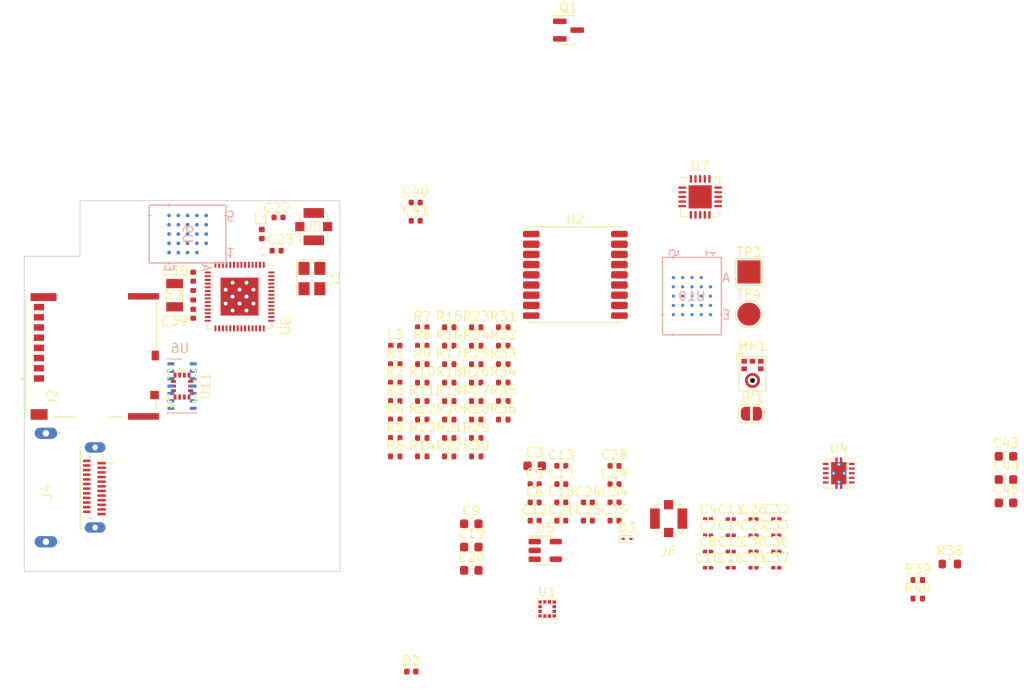
<source format=kicad_pcb>
(kicad_pcb (version 20221018) (generator pcbnew)
  (layers (0 "F.Cu" jumper "Front") (1 "In1.Cu" signal) (2 "In2.Cu" signal) (31 "B.Cu" signal "Back") (34 "B.Paste" user) (35 "F.Paste" user) (36 "B.SilkS" user "B.Silkscreen") (37 "F.SilkS" user "F.Silkscreen") (38 "B.Mask" user) (39 "F.Mask" user) (44 "Edge.Cuts" user))
  (net 0 "")
  (net 1 "/IMU_SCL")
  (net 4 "/IMU_SDA")
  (net 8 "Net-(J6-In)")
  (net 11 "Net-(J5-In)")
  (net 15 "/I2C0_SCL")
  (net 16 "/I2C0_SDA")
  (net 18 "GND")
  (net 19 "+3V3")
  (net 20 "/MIC_WS")
  (net 21 "/DISP_RESET")
  (net 22 "/MIC_SCK")
  (net 23 "/MIC_SD")
  (net 24 "/RTC_P")
  (net 25 "/RTC_N")
  (net 26 "/BATT+")
  (net 27 "/SD_D2")
  (net 28 "/I2C1_SCL")
  (net 29 "/SD_D3")
  (net 30 "/SD_CMD")
  (net 31 "/I2C1_SDA")
  (net 32 "/SD_CLK")
  (net 33 "Net-(U5-BP)")
  (net 34 "+1V8")
  (net 35 "Net-(Q1-B)")
  (net 36 "Net-(Q1-C)")
  (net 38 "/SD_D0")
  (net 43 "/HBT_INT")
  (net 45 "Net-(U1-C1)")
  (net 46 "/SD_D1")
  (net 47 "+BATT")
  (net 48 "+5V")
  (net 49 "Net-(U7-THERM)")
  (net 50 "Net-(D2-K)")
  (net 51 "Net-(U7-~{PG})")
  (net 52 "/BAT_STAT2")
  (net 53 "/BAT_STAT1")
  (net 54 "Net-(U7-PROG3)")
  (net 55 "Net-(U7-PROG1)")
  (net 56 "/CLK_N")
  (net 57 "/CLK_P")
  (net 58 "/CPU_EN")
  (net 59 "/IMU_Wakeup")
  (net 60 "/IMU_INT2")
  (net 63 "/ESP_ANT")
  (net 64 "Net-(U2-RF_IN)")
  (net 65 "Net-(U8-CHIP_PU)")
  (net 66 "/MEM_CS1")
  (net 67 "/MEM_CS0")
  (net 68 "/MEM_CLK")
  (net 74 "/MEM_D3")
  (net 75 "/MEM_D2")
  (net 76 "/MEM_D1")
  (net 77 "/MEM_D0")
  (net 78 "/MEM_D4")
  (net 79 "/MEM_D5")
  (net 80 "/MEM_D6")
  (net 81 "/MEM_D7")
  (net 82 "/MEM_DQS")
  (net 89 "VMEM")
  (net 90 "Net-(U9-RESET#)")
  (net 91 "Net-(U8-VDD3P3)")
  (net 92 "Net-(U8-SPIHD)")
  (net 93 "Net-(U8-SPIWP)")
  (net 94 "Net-(U8-SPICLK)")
  (net 95 "Net-(U8-SPIQ)")
  (net 96 "Net-(U8-SPID)")
  (net 97 "Net-(U8-GPIO33)")
  (net 98 "Net-(U8-GPIO34)")
  (net 99 "Net-(U8-GPIO35)")
  (net 100 "Net-(U8-GPIO36)")
  (net 101 "Net-(U8-GPIO37)")
  (net 102 "Net-(U10-RESET#)")
  (net 105 "Net-(J4-CC1)")
  (net 106 "/USB_DP")
  (net 107 "/USB_DM")
  (net 113 "Net-(J4-CC2)")
  (net 117 "/GPS_INT")
  (net 118 "Net-(U4-L2)")
  (net 119 "Net-(U4-L1)")
  (net 120 "Net-(U4-EN)")
  (net 121 "/LEDK")
  (net 122 "/BL_CTRL")
  (net 123 "/DISP_CS")
  (net 124 "/DISP_MOSI")
  (net 125 "/DISP_CLK")
  (net 126 "/DISP_DC")
  (net 127 "/TP_INT")
  (net 128 "/BTN2")
  (net 129 "/BTN1")
  (net 130 "/LED_EN")
  (footprint "Capacitor_SMD:C_0402_1005Metric" (layer "F.Cu") (at 161.155 102.92)
    (fp_text reference "C25" (at 0 -1.16) (layer "F.SilkS"))
    (fp_text value "1uF")
    (pad "1" smd roundrect (at -0.48 0) (size 0.56 0.62) (layers "F.Cu" "F.Paste" "F.Mask") (net 18 "GND"))
    (pad "2" smd roundrect (at 0.48 0) (size 0.56 0.62) (layers "F.Cu" "F.Paste" "F.Mask") (net 19 "+3V3"))
  )
  (footprint "Resistor_SMD:R_0402_1005Metric" (layer "F.Cu") (at 140.385 86.04)
    (fp_text reference "R1" (at 0 -1.17) (layer "F.SilkS"))
    (fp_text value "5.1k")
    (pad "1" smd roundrect (at -0.51 0) (size 0.54 0.64) (layers "F.Cu" "F.Paste" "F.Mask") (net 105 "Net-(J4-CC1)"))
    (pad "2" smd roundrect (at 0.51 0) (size 0.54 0.64) (layers "F.Cu" "F.Paste" "F.Mask") (net 18 "GND"))
  )
  (footprint "Resistor_SMD:R_0402_1005Metric" (layer "F.Cu") (at 149.115 95.99)
    (fp_text reference "R30" (at 0 -1.17) (layer "F.SilkS"))
    (fp_text value "0")
    (pad "1" smd roundrect (at -0.51 0) (size 0.54 0.64) (layers "F.Cu" "F.Paste" "F.Mask") (net 78 "/MEM_D4"))
    (pad "2" smd roundrect (at 0.51 0) (size 0.54 0.64) (layers "F.Cu" "F.Paste" "F.Mask") (net 97 "Net-(U8-GPIO33)"))
  )
  (footprint "Crystal:Crystal_SMD_3225-4Pin_3.2x2.5mm" (layer "F.Cu") (at 131.4 76.8 -90)
    (fp_text reference "Y1" (at 0 -2.45 90) (layer "F.SilkS"))
    (fp_text value "40MHz(10ppm)")
    (pad "1" smd rect (at -1.1 0.85 270) (size 1.4 1.2) (layers "F.Cu" "F.Paste" "F.Mask") (net 57 "/CLK_P"))
    (pad "2" smd rect (at 1.1 0.85 270) (size 1.4 1.2) (layers "F.Cu" "F.Paste" "F.Mask") (net 18 "GND"))
    (pad "3" smd rect (at 1.1 -0.85 270) (size 1.4 1.2) (layers "F.Cu" "F.Paste" "F.Mask") (net 56 "/CLK_N"))
    (pad "4" smd rect (at -1.1 -0.85 270) (size 1.4 1.2) (layers "F.Cu" "F.Paste" "F.Mask") (net 18 "GND"))
  )
  (footprint "Capacitor_SMD:C_0402_1005Metric" (layer "F.Cu") (at 118.6 76.6 -90)
    (fp_text reference "C38" (at -0.6 2 -180) (layer "F.SilkS"))
    (fp_text value "C")
    (pad "1" smd roundrect (at -0.48 0 270) (size 0.56 0.62) (layers "F.Cu" "F.Paste" "F.Mask") (net 18 "GND"))
    (pad "2" smd roundrect (at 0.48 0 270) (size 0.56 0.62) (layers "F.Cu" "F.Paste" "F.Mask") (net 24 "/RTC_P"))
  )
  (footprint "Capacitor_SMD:C_0603_1608Metric" (layer "F.Cu") (at 155.415 97.01)
    (fp_text reference "C3" (at 0 -1.43) (layer "F.SilkS"))
    (fp_text value "1uF")
    (pad "1" smd roundrect (at -0.775 0) (size 0.9 0.95) (layers "F.Cu" "F.Paste" "F.Mask") (net 47 "+BATT"))
    (pad "2" smd roundrect (at 0.775 0) (size 0.9 0.95) (layers "F.Cu" "F.Paste" "F.Mask") (net 18 "GND"))
  )
  (footprint "Resistor_SMD:R_0603_1608Metric" (layer "F.Cu") (at 200.175 107.6)
    (fp_text reference "R38" (at 0 -1.43) (layer "F.SilkS"))
    (fp_text value "10")
    (pad "1" smd roundrect (at -0.825 0) (size 0.8 0.95) (layers "F.Cu" "F.Paste" "F.Mask") (net 36 "Net-(Q1-C)"))
    (pad "2" smd roundrect (at 0.825 0) (size 0.8 0.95) (layers "F.Cu" "F.Paste" "F.Mask") (net 121 "/LEDK"))
  )
  (footprint "Resistor_SMD:R_0402_1005Metric" (layer "F.Cu") (at 146.205 86.04)
    (fp_text reference "R17" (at 0 -1.17) (layer "F.SilkS"))
    (fp_text value "0")
    (pad "1" smd roundrect (at -0.51 0) (size 0.54 0.64) (layers "F.Cu" "F.Paste" "F.Mask") (net 64 "Net-(U2-RF_IN)"))
    (pad "2" smd roundrect (at 0.51 0) (size 0.54 0.64) (layers "F.Cu" "F.Paste" "F.Mask") (net 8 "Net-(J6-In)"))
  )
  (footprint "Resistor_SMD:R_0402_1005Metric" (layer "F.Cu") (at 143.295 84.05)
    (fp_text reference "R8" (at 0 -1.17) (layer "F.SilkS"))
    (fp_text value "10k")
    (pad "1" smd roundrect (at -0.51 0) (size 0.54 0.64) (layers "F.Cu" "F.Paste" "F.Mask") (net 19 "+3V3"))
    (pad "2" smd roundrect (at 0.51 0) (size 0.54 0.64) (layers "F.Cu" "F.Paste" "F.Mask") (net 29 "/SD_D3"))
  )
  (footprint "Capacitor_SMD:C_0201_0603Metric" (layer "F.Cu") (at 176.555 108)
    (fp_text reference "C16" (at 0 -1.05) (layer "F.SilkS"))
    (fp_text value "100nF")
    (pad "1" smd roundrect (at -0.32 0) (size 0.46 0.4) (layers "F.Cu" "F.Mask") (net 18 "GND"))
    (pad "2" smd roundrect (at 0.32 0) (size 0.46 0.4) (layers "F.Cu" "F.Mask") (net 19 "+3V3"))
  )
  (footprint "Capacitor_SMD:C_0402_1005Metric" (layer "F.Cu") (at 158.285 97.01)
    (fp_text reference "C13" (at 0 -1.16) (layer "F.SilkS"))
    (fp_text value "10uF")
    (pad "1" smd roundrect (at -0.48 0) (size 0.56 0.62) (layers "F.Cu" "F.Paste" "F.Mask") (net 18 "GND"))
    (pad "2" smd roundrect (at 0.48 0) (size 0.56 0.62) (layers "F.Cu" "F.Paste" "F.Mask") (net 19 "+3V3"))
  )
  (footprint "Capacitor_SMD:C_0201_0603Metric" (layer "F.Cu") (at 179.005 108)
    (fp_text reference "C31" (at 0 -1.05) (layer "F.SilkS"))
    (fp_text value "100nF")
    (pad "1" smd roundrect (at -0.32 0) (size 0.46 0.4) (layers "F.Cu" "F.Mask") (net 19 "+3V3"))
    (pad "2" smd roundrect (at 0.32 0) (size 0.46 0.4) (layers "F.Cu" "F.Mask") (net 18 "GND"))
  )
  (footprint "TestPoint:TestPoint_Pad_D2.5mm" (layer "F.Cu") (at 178.515 80.64)
    (fp_text reference "TP4" (at 0 -2.148) (layer "F.SilkS"))
    (fp_text value "Conn_B+")
    (pad "1" smd circle (at 0 0) (size 2.5 2.5) (layers "F.Cu" "F.Mask") (net 26 "/BATT+"))
  )
  (footprint "Resistor_SMD:R_0402_1005Metric" (layer "F.Cu") (at 143.295 88.03)
    (fp_text reference "R10" (at 0 -1.17) (layer "F.SilkS"))
    (fp_text value "10k")
    (pad "1" smd roundrect (at -0.51 0) (size 0.54 0.64) (layers "F.Cu" "F.Paste" "F.Mask") (net 48 "+5V"))
    (pad "2" smd roundrect (at 0.51 0) (size 0.54 0.64) (layers "F.Cu" "F.Paste" "F.Mask") (net 18 "GND"))
  )
  (footprint "Capacitor_SMD:C_0402_1005Metric" (layer "F.Cu") (at 161.155 100.95)
    (fp_text reference "C24" (at 0 -1.16) (layer "F.SilkS"))
    (fp_text value "C")
    (pad "1" smd roundrect (at -0.48 0) (size 0.56 0.62) (layers "F.Cu" "F.Paste" "F.Mask") (net 64 "Net-(U2-RF_IN)"))
    (pad "2" smd roundrect (at 0.48 0) (size 0.56 0.62) (layers "F.Cu" "F.Paste" "F.Mask") (net 18 "GND"))
  )
  (footprint "Capacitor_SMD:C_0402_1005Metric" (layer "F.Cu") (at 164.025 98.98)
    (fp_text reference "C29" (at 0 -1.16) (layer "F.SilkS"))
    (fp_text value "1uF")
    (pad "1" smd roundrect (at -0.48 0) (size 0.56 0.62) (layers "F.Cu" "F.Paste" "F.Mask") (net 65 "Net-(U8-CHIP_PU)"))
    (pad "2" smd roundrect (at 0.48 0) (size 0.56 0.62) (layers "F.Cu" "F.Paste" "F.Mask") (net 18 "GND"))
  )
  (footprint "Capacitor_SMD:C_0201_0603Metric" (layer "F.Cu") (at 181.455 104.5)
    (fp_text reference "C33" (at 0 -1.05) (layer "F.SilkS"))
    (fp_text value "100nF")
    (pad "1" smd roundrect (at -0.32 0) (size 0.46 0.4) (layers "F.Cu" "F.Mask") (net 19 "+3V3"))
    (pad "2" smd roundrect (at 0.32 0) (size 0.46 0.4) (layers "F.Cu" "F.Mask") (net 18 "GND"))
  )
  (footprint "Capacitor_SMD:C_0402_1005Metric" (layer "F.Cu") (at 155.415 102.92)
    (fp_text reference "C12" (at 0 -1.16) (layer "F.SilkS"))
    (fp_text value "1uF")
    (pad "1" smd roundrect (at -0.48 0) (size 0.56 0.62) (layers "F.Cu" "F.Paste" "F.Mask") (net 19 "+3V3"))
    (pad "2" smd roundrect (at 0.48 0) (size 0.56 0.62) (layers "F.Cu" "F.Paste" "F.Mask") (net 18 "GND"))
  )
  (footprint "Capacitor_SMD:C_0201_0603Metric" (layer "F.Cu") (at 176.555 104.5)
    (fp_text reference "C14" (at 0 -1.05) (layer "F.SilkS"))
    (fp_text value "10nF")
    (pad "1" smd roundrect (at -0.32 0) (size 0.46 0.4) (layers "F.Cu" "F.Mask") (net 48 "+5V"))
    (pad "2" smd roundrect (at 0.32 0) (size 0.46 0.4) (layers "F.Cu" "F.Mask") (net 18 "GND"))
  )
  (footprint "Sensor_Audio:InvenSense_ICS-43434-6_3.5x2.65mm" (layer "F.Cu") (at 178.895 87.085)
    (fp_text reference "MK1" (at 0 -3 unlocked) (layer "F.SilkS"))
    (fp_text value "ICS-43434")
    (pad "" np_thru_hole circle (at 0 0.71) (size 0.5 0.5) (drill 0.5) (layers "*.Mask"))
    (pad "1" smd rect (at -0.9 -1.364) (size 0.6 0.522) (layers "F.Cu" "F.Mask") (net 20 "/MIC_WS"))
    (pad "2" smd rect (at -0.9 -0.542) (size 0.6 0.522) (layers "F.Cu" "F.Mask") (net 18 "GND"))
    (pad "3" smd custom (at 0.6625 0.71 90) (size 0.3 0.3) (layers "F.Cu" "F.Mask") (net 18 "GND") (options (clearance outline) (anchor circle)) (primitives (gr_circle (center 0 -0.6625) (end 0.6625 -0.6625) (width 0.3) (fill none))))
    (pad "4" smd rect (at 0.9 -0.542) (size 0.6 0.522) (layers "F.Cu" "F.Mask") (net 22 "/MIC_SCK"))
    (pad "5" smd rect (at 0.9 -1.364) (size 0.6 0.522) (layers "F.Cu" "F.Mask") (net 19 "+3V3"))
    (pad "6" smd rect (at 0 -1.364) (size 0.6 0.522) (layers "F.Cu" "F.Mask") (net 23 "/MIC_SD"))
  )
  (footprint "Resistor_SMD:R_0402_1005Metric" (layer "F.Cu") (at 149.115 86.04)
    (fp_text reference "R25" (at 0 -1.17) (layer "F.SilkS"))
    (fp_text value "0")
    (pad "1" smd roundrect (at -0.51 0) (size 0.54 0.64) (layers "F.Cu" "F.Paste" "F.Mask") (net 81 "/MEM_D7"))
    (pad "2" smd roundrect (at 0.51 0) (size 0.54 0.64) (layers "F.Cu" "F.Paste" "F.Mask") (net 100 "Net-(U8-GPIO36)"))
  )
  (footprint "LED_SMD:LED_0402_1005Metric" (layer "F.Cu") (at 142.115 119.2)
    (fp_text reference "D2" (at 0 -1.17) (layer "F.SilkS"))
    (fp_text value "CHG_STATUS")
    (pad "1" smd roundrect (at -0.485 0) (size 0.59 0.64) (layers "F.Cu" "F.Paste" "F.Mask") (net 50 "Net-(D2-K)"))
    (pad "2" smd roundrect (at 0.485 0) (size 0.59 0.64) (layers "F.Cu" "F.Paste" "F.Mask") (net 48 "+5V"))
  )
  (footprint "Capacitor_SMD:C_0402_1005Metric" (layer "F.Cu") (at 127.8 70.2)
    (fp_text reference "C22" (at -0.2 -1 180) (layer "F.SilkS"))
    (fp_text value "1.5pF")
    (pad "1" smd roundrect (at -0.48 0) (size 0.56 0.62) (layers "F.Cu" "F.Paste" "F.Mask") (net 11 "Net-(J5-In)"))
    (pad "2" smd roundrect (at 0.48 0) (size 0.56 0.62) (layers "F.Cu" "F.Paste" "F.Mask") (net 18 "GND"))
  )
  (footprint "Resistor_SMD:R_0402_1005Metric" (layer "F.Cu") (at 140.385 95.99)
    (fp_text reference "R6" (at 0 -1.17) (layer "F.SilkS"))
    (fp_text value "10k")
    (pad "1" smd roundrect (at -0.51 0) (size 0.54 0.64) (layers "F.Cu" "F.Paste" "F.Mask") (net 19 "+3V3"))
    (pad "2" smd roundrect (at 0.51 0) (size 0.54 0.64) (layers "F.Cu" "F.Paste" "F.Mask") (net 46 "/SD_D1"))
  )
  (footprint "Capacitor_SMD:C_0402_1005Metric" (layer "F.Cu") (at 142.59 68.6)
    (fp_text reference "C40" (at 0 -1.16) (layer "F.SilkS"))
    (fp_text value "C")
    (pad "1" smd roundrect (at -0.48 0) (size 0.56 0.62) (layers "F.Cu" "F.Paste" "F.Mask") (net 18 "GND"))
    (pad "2" smd roundrect (at 0.48 0) (size 0.56 0.62) (layers "F.Cu" "F.Paste" "F.Mask") (net 56 "/CLK_N"))
  )
  (footprint "LSM6DSV16XTR:LGA14L_LSM6_STM" (layer "F.Cu") (at 117.4 88.4 90)
    (fp_text reference "U11" (at 0 2.550189 90 unlocked) (layer "F.SilkS"))
    (fp_text value "LSM6DSV16XTR")
    (fp_text user "*" (at -2.0828 -0.750189 90 unlocked) (layer "F.SilkS"))
    (fp_text user "*" (at -2.0828 -0.750189 90) (layer "F.SilkS"))
    (pad "1" smd rect (at -1.1811 -0.750189 180) (size 0.3048 0.5334) (layers "F.Cu" "F.Paste" "F.Mask") (net 18 "GND"))
    (pad "2" smd rect (at -1.1811 -0.250063 180) (size 0.3048 0.5334) (layers "F.Cu" "F.Paste" "F.Mask") (net 4 "/IMU_SDA"))
    (pad "3" smd rect (at -1.1811 0.250063 180) (size 0.3048 0.5334) (layers "F.Cu" "F.Paste" "F.Mask") (net 1 "/IMU_SCL"))
    (pad "4" smd rect (at -1.1811 0.750189 180) (size 0.3048 0.5334) (layers "F.Cu" "F.Paste" "F.Mask") (net 59 "/IMU_Wakeup"))
    (pad "5" smd rect (at -0.500126 0.9271 90) (size 0.3048 0.5334) (layers "F.Cu" "F.Paste" "F.Mask") (net 19 "+3V3"))
    (pad "6" smd rect (at 0 0.9271 90) (size 0.3048 0.5334) (layers "F.Cu" "F.Paste" "F.Mask") (net 18 "GND"))
    (pad "7" smd rect (at 0.500126 0.9271 90) (size 0.3048 0.5334) (layers "F.Cu" "F.Paste" "F.Mask") (net 18 "GND"))
    (pad "8" smd rect (at 1.1811 0.750189 180) (size 0.3048 0.5334) (layers "F.Cu" "F.Paste" "F.Mask") (net 19 "+3V3"))
    (pad "9" smd rect (at 1.1811 0.250063 180) (size 0.3048 0.5334) (layers "F.Cu" "F.Paste" "F.Mask") (net 60 "/IMU_INT2"))
    (pad "10" smd rect (at 1.1811 -0.250063 180) (size 0.3048 0.5334) (layers "F.Cu" "F.Paste" "F.Mask"))
    (pad "11" smd rect (at 1.1811 -0.750189 180) (size 0.3048 0.5334) (layers "F.Cu" "F.Paste" "F.Mask"))
    (pad "12" smd rect (at 0.500126 -0.9271 90) (size 0.3048 0.5334) (layers "F.Cu" "F.Paste" "F.Mask") (net 19 "+3V3"))
    (pad "13" smd rect (at 0 -0.9271 90) (size 0.3048 0.5334) (layers "F.Cu" "F.Paste" "F.Mask") (net 15 "/I2C0_SCL"))
    (pad "14" smd rect (at -0.500126 -0.9271 90) (size 0.3048 0.5334) (layers "F.Cu" "F.Paste" "F.Mask") (net 16 "/I2C0_SDA"))
  )
  (footprint "Capacitor_SMD:C_0201_0603Metric" (layer "F.Cu") (at 179.005 104.5)
    (fp_text reference "C27" (at 0 -1.05) (layer "F.SilkS"))
    (fp_text value "100nF")
    (pad "1" smd roundrect (at -0.32 0) (size 0.46 0.4) (layers "F.Cu" "F.Mask") (net 18 "GND"))
    (pad "2" smd roundrect (at 0.32 0) (size 0.46 0.4) (layers "F.Cu" "F.Mask") (net 89 "VMEM"))
  )
  (footprint "Resistor_SMD:R_0402_1005Metric" (layer "F.Cu") (at 152.025 82.06)
    (fp_text reference "R31" (at 0 -1.17) (layer "F.SilkS"))
    (fp_text value "10k")
    (pad "1" smd roundrect (at -0.51 0) (size 0.54 0.64) (layers "F.Cu" "F.Paste" "F.Mask") (net 117 "/GPS_INT"))
    (pad "2" smd roundrect (at 0.51 0) (size 0.54 0.64) (layers "F.Cu" "F.Paste" "F.Mask") (net 19 "+3V3"))
  )
  (footprint "Capacitor_SMD:C_0603_1608Metric" (layer "F.Cu") (at 148.585 108.28)
    (fp_text reference "C20" (at 0 -1.43) (layer "F.SilkS"))
    (fp_text value "4.7uF")
    (pad "1" smd roundrect (at -0.775 0) (size 0.9 0.95) (layers "F.Cu" "F.Paste" "F.Mask") (net 26 "/BATT+"))
    (pad "2" smd roundrect (at 0.775 0) (size 0.9 0.95) (layers "F.Cu" "F.Paste" "F.Mask") (net 18 "GND"))
  )
  (footprint "Capacitor_SMD:C_0201_0603Metric" (layer "F.Cu") (at 174.105 106.25)
    (fp_text reference "C8" (at 0 -1.05) (layer "F.SilkS"))
    (fp_text value "100nF")
    (pad "1" smd roundrect (at -0.32 0) (size 0.46 0.4) (layers "F.Cu" "F.Mask") (net 19 "+3V3"))
    (pad "2" smd roundrect (at 0.32 0) (size 0.46 0.4) (layers "F.Cu" "F.Mask") (net 18 "GND"))
  )
  (footprint "Resistor_SMD:R_0402_1005Metric" (layer "F.Cu") (at 143.295 86.04)
    (fp_text reference "R9" (at 0 -1.17) (layer "F.SilkS"))
    (fp_text value "10k")
    (pad "1" smd roundrect (at -0.51 0) (size 0.54 0.64) (layers "F.Cu" "F.Paste" "F.Mask") (net 21 "/DISP_RESET"))
    (pad "2" smd roundrect (at 0.51 0) (size 0.54 0.64) (layers "F.Cu" "F.Paste" "F.Mask") (net 18 "GND"))
  )
  (footprint "Resistor_SMD:R_0402_1005Metric" (layer "F.Cu") (at 143.295 94)
    (fp_text reference "R13" (at 0 -1.17) (layer "F.SilkS"))
    (fp_text value "50k")
    (pad "1" smd roundrect (at -0.51 0) (size 0.54 0.64) (layers "F.Cu" "F.Paste" "F.Mask") (net 18 "GND"))
    (pad "2" smd roundrect (at 0.51 0) (size 0.54 0.64) (layers "F.Cu" "F.Paste" "F.Mask") (net 54 "Net-(U7-PROG3)"))
  )
  (footprint "Capacitor_SMD:C_0201_0603Metric" (layer "F.Cu") (at 181.455 106.25)
    (fp_text reference "C36" (at 0 -1.05) (layer "F.SilkS"))
    (fp_text value "100nF")
    (pad "1" smd roundrect (at -0.32 0) (size 0.46 0.4) (layers "F.Cu" "F.Mask") (net 19 "+3V3"))
    (pad "2" smd roundrect (at 0.32 0) (size 0.46 0.4) (layers "F.Cu" "F.Mask") (net 18 "GND"))
  )
  (footprint "Resistor_SMD:R_0402_1005Metric" (layer "F.Cu") (at 143.295 82.06)
    (fp_text reference "R7" (at 0 -1.17) (layer "F.SilkS"))
    (fp_text value "10k")
    (pad "1" smd roundrect (at -0.51 0) (size 0.54 0.64) (layers "F.Cu" "F.Paste" "F.Mask") (net 19 "+3V3"))
    (pad "2" smd roundrect (at 0.51 0) (size 0.54 0.64) (layers "F.Cu" "F.Paste" "F.Mask") (net 30 "/SD_CMD"))
  )
  (footprint "Capacitor_SMD:C_0402_1005Metric" (layer "F.Cu") (at 118.6 80.6 90)
    (fp_text reference "C39" (at -0.8 -2 180) (layer "F.SilkS"))
    (fp_text value "C")
    (pad "1" smd roundrect (at -0.48 0 90) (size 0.56 0.62) (layers "F.Cu" "F.Paste" "F.Mask") (net 18 "GND"))
    (pad "2" smd roundrect (at 0.48 0 90) (size 0.56 0.62) (layers "F.Cu" "F.Paste" "F.Mask") (net 25 "/RTC_N"))
  )
  (footprint "Resistor_SMD:R_0402_1005Metric" (layer "F.Cu") (at 152.025 86.04)
    (fp_text reference "R33" (at 0 -1.17) (layer "F.SilkS"))
    (fp_text value "2k")
    (pad "1" smd roundrect (at -0.51 0) (size 0.54 0.64) (layers "F.Cu" "F.Paste" "F.Mask") (net 15 "/I2C0_SCL"))
    (pad "2" smd roundrect (at 0.51 0) (size 0.54 0.64) (layers "F.Cu" "F.Paste" "F.Mask") (net 19 "+3V3"))
  )
  (footprint "Resistor_SMD:R_0402_1005Metric" (layer "F.Cu") (at 152.025 84.05)
    (fp_text reference "R32" (at 0 -1.17) (layer "F.SilkS"))
    (fp_text value "10k")
    (pad "1" smd roundrect (at -0.51 0) (size 0.54 0.64) (layers "F.Cu" "F.Paste" "F.Mask") (net 19 "+3V3"))
    (pad "2" smd roundrect (at 0.51 0) (size 0.54 0.64) (layers "F.Cu" "F.Paste" "F.Mask") (net 27 "/SD_D2"))
  )
  (footprint "Capacitor_SMD:C_0402_1005Metric" (layer "F.Cu") (at 155.415 100.95)
    (fp_text reference "C6" (at 0 -1.16) (layer "F.SilkS"))
    (fp_text value "10uF")
    (pad "1" smd roundrect (at -0.48 0) (size 0.56 0.62) (layers "F.Cu" "F.Paste" "F.Mask") (net 18 "GND"))
    (pad "2" smd roundrect (at 0.48 0) (size 0.56 0.62) (layers "F.Cu" "F.Paste" "F.Mask") (net 34 "+1V8"))
  )
  (footprint "Resistor_SMD:R_0402_1005Metric" (layer "F.Cu") (at 146.205 94)
    (fp_text reference "R21" (at 0 -1.17) (layer "F.SilkS"))
    (fp_text value "0")
    (pad "1" smd roundrect (at -0.51 0) (size 0.54 0.64) (layers "F.Cu" "F.Paste" "F.Mask") (net 77 "/MEM_D0"))
    (pad "2" smd roundrect (at 0.51 0) (size 0.54 0.64) (layers "F.Cu" "F.Paste" "F.Mask") (net 96 "Net-(U8-SPID)"))
  )
  (footprint "Capacitor_SMD:C_0201_0603Metric" (layer "F.Cu") (at 181.455 108)
    (fp_text reference "C37" (at 0 -1.05) (layer "F.SilkS"))
    (fp_text value "100nF")
    (pad "1" smd roundrect (at -0.32 0) (size 0.46 0.4) (layers "F.Cu" "F.Mask") (net 19 "+3V3"))
    (pad "2" smd roundrect (at 0.32 0) (size 0.46 0.4) (layers "F.Cu" "F.Mask") (net 18 "GND"))
  )
  (footprint "Resistor_SMD:R_0402_1005Metric" (layer "F.Cu") (at 152.025 92.01)
    (fp_text reference "R36" (at 0 -1.17) (layer "F.SilkS"))
    (fp_text value "R")
    (pad "1" smd roundrect (at -0.51 0) (size 0.54 0.64) (layers "F.Cu" "F.Paste" "F.Mask") (net 19 "+3V3"))
    (pad "2" smd roundrect (at 0.51 0) (size 0.54 0.64) (layers "F.Cu" "F.Paste" "F.Mask") (net 4 "/IMU_SDA"))
  )
  (footprint "Capacitor_SMD:C_0603_1608Metric" (layer "F.Cu") (at 206.225 98.49)
    (fp_text reference "C44" (at 0 -1.43) (layer "F.SilkS"))
    (fp_text value "10uF")
    (pad "1" smd roundrect (at -0.775 0) (size 0.9 0.95) (layers "F.Cu" "F.Paste" "F.Mask") (net 18 "GND"))
    (pad "2" smd roundrect (at 0.775 0) (size 0.9 0.95) (layers "F.Cu" "F.Paste" "F.Mask") (net 19 "+3V3"))
  )
  (footprint "Capacitor_SMD:C_0201_0603Metric" (layer "F.Cu") (at 176.555 102.75)
    (fp_text reference "C11" (at 0 -1.05) (layer "F.SilkS"))
    (fp_text value "100nF")
    (pad "1" smd roundrect (at -0.32 0) (size 0.46 0.4) (layers "F.Cu" "F.Mask") (net 19 "+3V3"))
    (pad "2" smd roundrect (at 0.32 0) (size 0.46 0.4) (layers "F.Cu" "F.Mask") (net 18 "GND"))
  )
  (footprint "5033981892:MOLEX_503398-1892" (layer "F.Cu") (at 107.6 85.2 90)
    (fp_text reference "J2" (at -4.4 -4.2 90) (layer "F.SilkS") (effects (font (size 1.000685 1.000685))))
    (fp_text value "Micro_SD_Card")
    (pad "1" smd rect (at -2.38 -5.625 90) (size 0.7 1.1) (layers "F.Cu" "F.Paste" "F.Mask") (net 27 "/SD_D2"))
    (pad "2" smd rect (at -1.28 -5.625 90) (size 0.7 1.1) (layers "F.Cu" "F.Paste" "F.Mask") (net 29 "/SD_D3"))
    (pad "3" smd rect (at -0.18 -5.625 90) (size 0.7 1.1) (layers "F.Cu" "F.Paste" "F.Mask") (net 30 "/SD_CMD"))
    (pad "4" smd rect (at 0.92 -5.625 90) (size 0.7 1.1) (layers "F.Cu" "F.Paste" "F.Mask") (net 19 "+3V3"))
    (pad "5" smd rect (at 2.02 -5.625 90) (size 0.7 1.1) (layers "F.Cu" "F.Paste" "F.Mask") (net 32 "/SD_CLK"))
    (pad "6" smd rect (at 3.12 -5.625 90) (size 0.7 1.1) (layers "F.Cu" "F.Paste" "F.Mask") (net 18 "GND"))
    (pad "7" smd rect (at 4.22 -5.625 90) (size 0.7 1.1) (layers "F.Cu" "F.Paste" "F.Mask") (net 38 "/SD_D0"))
    (pad "8" smd rect (at 5.32 -5.625 90) (size 0.7 1.1) (layers "F.Cu" "F.Paste" "F.Mask") (net 46 "/SD_D1"))
    (pad "9" smd rect (at -4.17 6.84 90) (size 0.9 0.93) (layers "F.Cu" "F.Paste" "F.Mask") (net 18 "GND"))
    (pad "10" smd rect (at 0.095 6.915 90) (size 1.05 0.78) (layers "F.Cu" "F.Paste" "F.Mask"))
    (pad "P1" smd rect (at -6.26 -5.61 90) (size 1.14 1.83) (layers "F.Cu" "F.Paste" "F.Mask"))
    (pad "P2" smd rect (at 6.4 -5.125 90) (size 0.86 2.8) (layers "F.Cu" "F.Paste" "F.Mask"))
    (pad "P3" smd rect (at -6.48 5.64 90) (size 0.7 3.33) (layers "F.Cu" "F.Paste" "F.Mask"))
    (pad "P4" smd rect (at 6.48 5.64 90) (size 0.7 3.33) (layers "F.Cu" "F.Paste" "F.Mask"))
  )
  (footprint "RF_GPS:ublox_MAX" (layer "F.Cu") (at 159.8 76.4)
    (fp_text reference "U2" (at 0 -6) (layer "F.SilkS"))
    (fp_text value "MAX-M10S")
    (pad "1" smd roundrect (at -4.75 -4.4) (size 1.8 0.7) (layers "F.Cu" "F.Paste" "F.Mask") (net 18 "GND"))
    (pad "2" smd roundrect (at -4.75 -3.3) (size 1.8 0.8) (layers "F.Cu" "F.Paste" "F.Mask"))
    (pad "3" smd roundrect (at -4.75 -2.2) (size 1.8 0.8) (layers "F.Cu" "F.Paste" "F.Mask"))
    (pad "4" smd roundrect (at -4.75 -1.1) (size 1.8 0.8) (layers "F.Cu" "F.Paste" "F.Mask"))
    (pad "5" smd roundrect (at -4.75 0) (size 1.8 0.8) (layers "F.Cu" "F.Paste" "F.Mask") (net 117 "/GPS_INT"))
    (pad "6" smd roundrect (at -4.75 1.1) (size 1.8 0.8) (layers "F.Cu" "F.Paste" "F.Mask"))
    (pad "7" smd roundrect (at -4.75 2.2) (size 1.8 0.8) (layers "F.Cu" "F.Paste" "F.Mask") (net 19 "+3V3"))
    (pad "8" smd roundrect (at -4.75 3.3) (size 1.8 0.8) (layers "F.Cu" "F.Paste" "F.Mask") (net 19 "+3V3"))
    (pad "9" smd roundrect (at -4.75 4.4) (size 1.8 0.7) (layers "F.Cu" "F.Paste" "F.Mask"))
    (pad "10" smd roundrect (at 4.75 4.4) (size 1.8 0.7) (layers "F.Cu" "F.Paste" "F.Mask") (net 18 "GND"))
    (pad "11" smd roundrect (at 4.75 3.3) (size 1.8 0.8) (layers "F.Cu" "F.Paste" "F.Mask") (net 64 "Net-(U2-RF_IN)"))
    (pad "12" smd roundrect (at 4.75 2.2) (size 1.8 0.8) (layers "F.Cu" "F.Paste" "F.Mask") (net 18 "GND"))
    (pad "13" smd roundrect (at 4.75 1.1) (size 1.8 0.8) (layers "F.Cu" "F.Paste" "F.Mask"))
    (pad "14" smd roundrect (at 4.75 0) (size 1.8 0.8) (layers "F.Cu" "F.Paste" "F.Mask"))
    (pad "15" smd roundrect (at 4.75 -1.1) (size 1.8 0.8) (layers "F.Cu" "F.Paste" "F.Mask"))
    (pad "16" smd roundrect (at 4.75 -2.2) (size 1.8 0.8) (layers "F.Cu" "F.Paste" "F.Mask") (net 31 "/I2C1_SDA"))
    (pad "17" smd roundrect (at 4.75 -3.3) (size 1.8 0.8) (layers "F.Cu" "F.Paste" "F.Mask") (net 28 "/I2C1_SCL"))
    (pad "18" smd roundrect (at 4.75 -4.4) (size 1.8 0.7) (layers "F.Cu" "F.Paste" "F.Mask"))
  )
  (footprint "Resistor_SMD:R_0402_1005Metric" (layer "F.Cu") (at 149.115 94)
    (fp_text reference "R29" (at 0 -1.17) (layer "F.SilkS"))
    (fp_text value "0")
    (pad "1" smd roundrect (at -0.51 0) (size 0.54 0.64) (layers "F.Cu" "F.Paste" "F.Mask") (net 79 "/MEM_D5"))
    (pad "2" smd roundrect (at 0.51 0) (size 0.54 0.64) (layers "F.Cu" "F.Paste" "F.Mask") (net 98 "Net-(U8-GPIO34)"))
  )
  (footprint "Capacitor_SMD:C_0603_1608Metric" (layer "F.Cu") (at 148.585 105.77)
    (fp_text reference "C19" (at 0 -1.43) (layer "F.SilkS"))
    (fp_text value "4.7uF")
    (pad "1" smd roundrect (at -0.775 0) (size 0.9 0.95) (layers "F.Cu" "F.Paste" "F.Mask") (net 18 "GND"))
    (pad "2" smd roundrect (at 0.775 0) (size 0.9 0.95) (layers "F.Cu" "F.Paste" "F.Mask") (net 47 "+BATT"))
  )
  (footprint "Resistor_SMD:R_0402_1005Metric" (layer "F.Cu") (at 146.205 82.06)
    (fp_text reference "R15" (at 0 -1.17) (layer "F.SilkS"))
    (fp_text value "1k")
    (pad "1" smd roundrect (at -0.51 0) (size 0.54 0.64) (layers "F.Cu" "F.Paste" "F.Mask") (net 53 "/BAT_STAT1"))
    (pad "2" smd roundrect (at 0.51 0) (size 0.54 0.64) (layers "F.Cu" "F.Paste" "F.Mask") (net 19 "+3V3"))
  )
  (footprint "Resistor_SMD:R_0402_1005Metric" (layer "F.Cu") (at 196.715 109.33)
    (fp_text reference "R39" (at 0 -1.17) (layer "F.SilkS"))
    (fp_text value "1k")
    (pad "1" smd roundrect (at -0.51 0) (size 0.54 0.64) (layers "F.Cu" "F.Paste" "F.Mask") (net 122 "/BL_CTRL"))
    (pad "2" smd roundrect (at 0.51 0) (size 0.54 0.64) (layers "F.Cu" "F.Paste" "F.Mask") (net 35 "Net-(Q1-B)"))
  )
  (footprint "Resistor_SMD:R_0402_1005Metric" (layer "F.Cu") (at 143.295 92.01)
    (fp_text reference "R12" (at 0 -1.17) (layer "F.SilkS"))
    (fp_text value "2k")
    (pad "1" smd roundrect (at -0.51 0) (size 0.54 0.64) (layers "F.Cu" "F.Paste" "F.Mask") (net 18 "GND"))
    (pad "2" smd roundrect (at 0.51 0) (size 0.54 0.64) (layers "F.Cu" "F.Paste" "F.Mask") (net 55 "Net-(U7-PROG1)"))
  )
  (footprint "Connector_Coaxial:U.FL_Molex_MCRF_73412-0110_Vertical" (layer "F.Cu") (at 131.6 71.2 -90)
    (fp_text reference "J5" (at 0 0 -180) (layer "F.SilkS"))
    (fp_text value "ESP_ANT")
    (pad "1" smd rect (at 0 1.5 270) (size 1 1) (layers "F.Cu" "F.Paste" "F.Mask") (net 11 "Net-(J5-In)"))
    (pad "2" smd rect (at -1.475 0 270) (size 1.05 2.2) (layers "F.Cu" "F.Paste" "F.Mask") (net 18 "GND"))
    (pad "2" smd rect (at 0 -1.5 270) (size 1 1) (layers "F.Cu" "F.Paste" "F.Mask") (net 18 "GND"))
    (pad "2" smd rect (at 1.475 0 270) (size 1.05 2.2) (layers "F.Cu" "F.Paste" "F.Mask") (net 18 "GND"))
  )
  (footprint "Resistor_SMD:R_0402_1005Metric" (layer "F.Cu") (at 140.385 92.01)
    (fp_text reference "R4" (at 0 -1.17) (layer "F.SilkS"))
    (fp_text value "10k")
    (pad "1" smd roundrect (at -0.51 0) (size 0.54 0.64) (layers "F.Cu" "F.Paste" "F.Mask") (net 19 "+3V3"))
    (pad "2" smd roundrect (at 0.51 0) (size 0.54 0.64) (layers "F.Cu" "F.Paste" "F.Mask") (net 38 "/SD_D0"))
  )
  (footprint "Resistor_SMD:R_0402_1005Metric" (layer "F.Cu") (at 149.115 84.05)
    (fp_text reference "R24" (at 0 -1.17) (layer "F.SilkS"))
    (fp_text value "0")
    (pad "1" smd roundrect (at -0.51 0) (size 0.54 0.64) (layers "F.Cu" "F.Paste" "F.Mask") (net 82 "/MEM_DQS"))
    (pad "2" smd roundrect (at 0.51 0) (size 0.54 0.64) (layers "F.Cu" "F.Paste" "F.Mask") (net 101 "Net-(U8-GPIO37)"))
  )
  (footprint "Resistor_SMD:R_0402_1005Metric" (layer "F.Cu") (at 140.385 94)
    (fp_text reference "R5" (at 0 -1.17) (layer "F.SilkS"))
    (fp_text value "10k")
    (pad "1" smd roundrect (at -0.51 0) (size 0.54 0.64) (layers "F.Cu" "F.Paste" "F.Mask") (net 19 "+3V3"))
    (pad "2" smd roundrect (at 0.51 0) (size 0.54 0.64) (layers "F.Cu" "F.Paste" "F.Mask") (net 32 "/SD_CLK"))
  )
  (footprint "Resistor_SMD:R_0402_1005Metric" (layer "F.Cu") (at 143.295 90.02)
    (fp_text reference "R11" (at 0 -1.17) (layer "F.SilkS"))
    (fp_text value "100k")
    (pad "1" smd roundrect (at -0.51 0) (size 0.54 0.64) (layers "F.Cu" "F.Paste" "F.Mask") (net 18 "GND"))
    (pad "2" smd roundrect (at 0.51 0) (size 0.54 0.64) (layers "F.Cu" "F.Paste" "F.Mask") (net 23 "/MIC_SD"))
  )
  (footprint "Package_TO_SOT_SMD:SOT-23" (layer "F.Cu") (at 159.0625 50)
    (fp_text reference "Q1" (at 0 -2.4) (layer "F.SilkS"))
    (fp_text value "BC818")
    (pad "1" smd roundrect (at -0.9375 -0.95) (size 1.475 0.6) (layers "F.Cu" "F.Paste" "F.Mask") (net 35 "Net-(Q1-B)"))
    (pad "2" smd roundrect (at -0.9375 0.95) (size 1.475 0.6) (layers "F.Cu" "F.Paste" "F.Mask") (net 18 "GND"))
    (pad "3" smd roundrect (at 0.9375 0) (size 1.475 0.6) (layers "F.Cu" "F.Paste" "F.Mask") (net 36 "Net-(Q1-C)"))
  )
  (footprint "Capacitor_SMD:C_0201_0603Metric" (layer "F.Cu") (at 179.005 102.75)
    (fp_text reference "C26" (at 0 -1.05) (layer "F.SilkS"))
    (fp_text value "10nF")
    (pad "1" smd roundrect (at -0.32 0) (size 0.46 0.4) (layers "F.Cu" "F.Mask") (net 18 "GND"))
    (pad "2" smd roundrect (at 0.32 0) (size 0.46 0.4) (layers "F.Cu" "F.Mask") (net 19 "+3V3"))
  )
  (footprint "Resistor_SMD:R_0402_1005Metric" (layer "F.Cu") (at 149.115 88.03)
    (fp_text reference "R26" (at 0 -1.17) (layer "F.SilkS"))
    (fp_text value "0")
    (pad "1" smd roundrect (at -0.51 0) (size 0.54 0.64) (layers "F.Cu" "F.Paste" "F.Mask") (net 75 "/MEM_D2"))
    (pad "2" smd roundrect (at 0.51 0) (size 0.54 0.64) (layers "F.Cu" "F.Paste" "F.Mask") (net 93 "Net-(U8-SPIWP)"))
  )
  (footprint "Capacitor_SMD:C_0603_1608Metric" (layer "F.Cu") (at 206.225 101)
    (fp_text reference "C45" (at 0 -1.43) (layer "F.SilkS"))
    (fp_text value "10uF")
    (pad "1" smd roundrect (at -0.775 0) (size 0.9 0.95) (layers "F.Cu" "F.Paste" "F.Mask") (net 18 "GND"))
    (pad "2" smd roundrect (at 0.775 0) (size 0.9 0.95) (layers "F.Cu" "F.Paste" "F.Mask") (net 19 "+3V3"))
  )
  (footprint "Resistor_SMD:R_0402_1005Metric" (layer "F.Cu") (at 140.385 90.02)
    (fp_text reference "R3" (at 0 -1.17) (layer "F.SilkS"))
    (fp_text value "1k")
    (pad "1" smd roundrect (at -0.51 0) (size 0.54 0.64) (layers "F.Cu" "F.Paste" "F.Mask") (net 43 "/HBT_INT"))
    (pad "2" smd roundrect (at 0.51 0) (size 0.54 0.64) (layers "F.Cu" "F.Paste" "F.Mask") (net 19 "+3V3"))
  )
  (footprint "Jumper:SolderJumper-2_P1.3mm_Open_RoundedPad1.0x1.5mm" (layer "F.Cu") (at 178.785 91.38)
    (fp_text reference "JP1" (at 0 -1.8) (layer "F.SilkS"))
    (fp_text value "BOOT")
    (pad "1" smd custom (at -0.65 0) (size 1 0.5) (layers "F.Cu" "F.Mask") (net 18 "GND") (options (clearance outline) (anchor rect)) (primitives (gr_circle (center 0 0.25) (end 0.5 0.25) (width 0) (fill yes)) (gr_circle (center 0 -0.25) (end 0.5 -0.25) (width 0) (fill yes)) (gr_poly (pts (xy 0.5 0.75) (xy 0 0.75) (xy 0 -0.75) (xy 0.5 -0.75)) (width 0) (fill yes))))
    (pad "2" smd custom (at 0.65 0) (size 1 0.5) (layers "F.Cu" "F.Mask") (net 15 "/I2C0_SCL") (options (clearance outline) (anchor rect)) (primitives (gr_circle (center 0 0.25) (end 0.5 0.25) (width 0) (fill yes)) (gr_circle (center 0 -0.25) (end 0.5 -0.25) (width 0) (fill yes)) (gr_poly (pts (xy 0 0.75) (xy -0.5 0.75) (xy -0.5 -0.75) (xy 0 -0.75)) (width 0) (fill yes))))
  )
  (footprint "Capacitor_SMD:C_0402_1005Metric" (layer "F.Cu") (at 127.6 73.8)
    (fp_text reference "C23" (at 0.4 -1.2 180) (layer "F.SilkS"))
    (fp_text value "1.5pF")
    (pad "1" smd roundrect (at -0.48 0) (size 0.56 0.62) (layers "F.Cu" "F.Paste" "F.Mask") (net 63 "/ESP_ANT"))
    (pad "2" smd roundrect (at 0.48 0) (size 0.56 0.62) (layers "F.Cu" "F.Paste" "F.Mask") (net 18 "GND"))
  )
  (footprint "Inductor_SMD:L_0402_1005Metric" (layer "F.Cu") (at 126 72 -90)
    (fp_text reference "L1" (at -1.6 0 -180) (layer "F.SilkS"))
    (fp_text value "2.7nH")
    (pad "1" smd roundrect (at -0.485 0 270) (size 0.59 0.64) (layers "F.Cu" "F.Paste" "F.Mask") (net 11 "Net-(J5-In)"))
    (pad "2" smd roundrect (at 0.485 0 270) (size 0.59 0.64) (layers "F.Cu" "F.Paste" "F.Mask") (net 63 "/ESP_ANT"))
  )
  (footprint "Resistor_SMD:R_0402_1005Metric" (layer "F.Cu") (at 149.115 92.01)
    (fp_text reference "R28" (at 0 -1.17) (layer "F.SilkS"))
    (fp_text value "0")
    (pad "1" smd roundrect (at -0.51 0) (size 0.54 0.64) (layers "F.Cu" "F.Paste" "F.Mask") (net 80 "/MEM_D6"))
    (pad "2" smd roundrect (at 0.51 0) (size 0.54 0.64) (layers "F.Cu" "F.Paste" "F.Mask") (net 99 "Net-(U8-GPIO35)"))
  )
  (footprint "Resistor_SMD:R_0402_1005Metric" (layer "F.Cu") (at 140.385 88.03)
    (fp_text reference "R2" (at 0 -1.17) (layer "F.SilkS"))
    (fp_text value "5.1k")
    (pad "1" smd roundrect (at -0.51 0) (size 0.54 0.64) (layers "F.Cu" "F.Paste" "F.Mask") (net 113 "Net-(J4-CC2)"))
    (pad "2" smd roundrect (at 0.51 0) (size 0.54 0.64) (layers "F.Cu" "F.Paste" "F.Mask") (net 18 "GND"))
  )
  (footprint "Capacitor_SMD:C_0603_1608Metric" (layer "F.Cu") (at 206.225 95.98)
    (fp_text reference "C43" (at 0 -1.43) (layer "F.SilkS"))
    (fp_text value "10uF")
    (pad "1" smd roundrect (at -0.775 0) (size 0.9 0.95) (layers "F.Cu" "F.Paste" "F.Mask") (net 18 "GND"))
    (pad "2" smd roundrect (at 0.775 0) (size 0.9 0.95) (layers "F.Cu" "F.Paste" "F.Mask") (net 47 "+BATT"))
  )
  (footprint "Capacitor_SMD:C_0402_1005Metric" (layer "F.Cu") (at 164.025 100.95)
    (fp_text reference "C34" (at 0 -1.16) (layer "F.SilkS"))
    (fp_text value "1uF")
    (pad "1" smd roundrect (at -0.48 0) (size 0.56 0.62) (layers "F.Cu" "F.Paste" "F.Mask") (net 19 "+3V3"))
    (pad "2" smd roundrect (at 0.48 0) (size 0.56 0.62) (layers "F.Cu" "F.Paste" "F.Mask") (net 18 "GND"))
  )
  (footprint "Capacitor_SMD:C_0201_0603Metric" (layer "F.Cu") (at 181.455 102.75)
    (fp_text reference "C32" (at 0 -1.05) (layer "F.SilkS"))
    (fp_text value "100nF")
    (pad "1" smd roundrect (at -0.32 0) (size 0.46 0.4) (layers "F.Cu" "F.Mask") (net 91 "Net-(U8-VDD3P3)"))
    (pad "2" smd roundrect (at 0.32 0) (size 0.46 0.4) (layers "F.Cu" "F.Mask") (net 18 "GND"))
  )
  (footprint "Capacitor_SMD:C_0402_1005Metric" (layer "F.Cu") (at 164.025 97.01)
    (fp_text reference "C28" (at 0 -1.16) (layer "F.SilkS"))
    (fp_text value "1uF")
    (pad "1" smd roundrect (at -0.48 0) (size 0.56 0.62) (layers "F.Cu" "F.Paste" "F.Mask") (net 18 "GND"))
    (pad "2" smd roundrect (at 0.48 0) (size 0.56 0.62) (layers "F.Cu" "F.Paste" "F.Mask") (net 89 "VMEM"))
  )
  (footprint "Diode_SMD:D_SOD-923" (layer "F.Cu") (at 165.38 104.88)
    (fp_text reference "D3" (at 0 -1.2) (layer "F.SilkS"))
    (fp_text value "ESD9B5.0ST5G")
    (pad "1" smd roundrect (at -0.42 0 180) (size 0.36 0.25) (layers "F.Cu" "F.Paste" "F.Mask") (net 48 "+5V"))
    (pad "2" smd roundrect (at 0.42 0 180) (size 0.36 0.25) (layers "F.Cu" "F.Paste" "F.Mask") (net 18 "GND"))
  )
  (footprint "DX07B024JJ1R1500:JAE_DX07B024JJ1R1500" (layer "F.Cu") (at 108.0285 99.34 -90)
    (fp_text reference "J4" (at 0.46 5.2285 90) (layer "F.SilkS"))
    (fp_text value "USB_C_Receptacle")
    (fp_poly (pts (xy 5.85 4.092) (xy 5.854 4.092) (xy 5.853 4.092) (xy 5.853 4.093) (xy 5.852 4.093) (xy 5.851 4.093) (xy 5.851 4.092) (xy 5.85 4.092)) (stroke (width 0.0001)) (fill solid) (layer "F.Cu"))
    (fp_line (start -6.2 5.85) (end -6.2 5.05) (stroke (width 0.01)) (layer "Edge.Cuts"))
    (fp_line (start -5.5 5.05) (end -5.5 5.85) (stroke (width 0.01)) (layer "Edge.Cuts"))
    (fp_line (start -4.7 1.6) (end 4.7 1.6) (stroke (width 0.01)) (layer "Edge.Cuts"))
    (fp_line (start -4.7 6.85) (end -6.75 6.85) (stroke (width 0.01)) (layer "Edge.Cuts"))
    (fp_line (start -4.7 6.85) (end -4.7 2.6) (stroke (width 0.01)) (layer "Edge.Cuts"))
    (fp_line (start -4.62 0.65) (end -4.62 -0.65) (stroke (width 0.01)) (layer "Edge.Cuts"))
    (fp_line (start -4.02 -0.65) (end -4.02 0.25) (stroke (width 0.01)) (layer "Edge.Cuts"))
    (fp_line (start -4.02 0.25) (end -3.67 0.25) (stroke (width 0.01)) (layer "Edge.Cuts"))
    (fp_line (start -3.67 0.95) (end -4.32 0.95) (stroke (width 0.01)) (layer "Edge.Cuts"))
    (fp_line (start -3.37 0.55) (end -3.37 0.65) (stroke (width 0.01)) (layer "Edge.Cuts"))
    (fp_line (start 3.37 0.55) (end 3.37 0.65) (stroke (width 0.01)) (layer "Edge.Cuts"))
    (fp_line (start 3.67 0.95) (end 4.32 0.95) (stroke (width 0.01)) (layer "Edge.Cuts"))
    (fp_line (start 4.02 -0.65) (end 4.02 0.25) (stroke (width 0.01)) (layer "Edge.Cuts"))
    (fp_line (start 4.02 0.25) (end 3.67 0.25) (stroke (width 0.01)) (layer "Edge.Cuts"))
    (fp_line (start 4.62 0.65) (end 4.62 -0.65) (stroke (width 0.01)) (layer "Edge.Cuts"))
    (fp_line (start 4.7 2.6) (end 4.7 6.85) (stroke (width 0.01)) (layer "Edge.Cuts"))
    (fp_line (start 5.5 5.85) (end 5.5 5.05) (stroke (width 0.01)) (layer "Edge.Cuts"))
    (fp_line (start 6.2 5.05) (end 6.2 5.85) (stroke (width 0.01)) (layer "Edge.Cuts"))
    (fp_line (start 6.75 6.85) (end 4.7 6.85) (stroke (width 0.01)) (layer "Edge.Cuts"))
    (fp_arc (start -6.2 5.05) (mid -6.097487 4.802513) (end -5.85 4.7) (stroke (width 0.01)) (layer "Edge.Cuts"))
    (fp_arc (start -5.85 4.7) (mid -5.602513 4.802513) (end -5.5 5.05) (stroke (width 0.01)) (layer "Edge.Cuts"))
    (fp_arc (start -5.85 6.2) (mid -6.097487 6.097487) (end -6.2 5.85) (stroke (width 0.01)) (layer "Edge.Cuts"))
    (fp_arc (start -5.5 5.85) (mid -5.602513 6.097487) (end -5.85 6.2) (stroke (width 0.01)) (layer "Edge.Cuts"))
    (fp_arc (start -4.7 2.6) (mid -5.2 2.1) (end -4.7 1.6) (stroke (width 0.01)) (layer "Edge.Cuts"))
    (fp_arc (start -4.62 -0.65) (mid -4.32 -0.95) (end -4.02 -0.65) (stroke (width 0.01)) (layer "Edge.Cuts"))
    (fp_arc (start -4.32 0.95) (mid -4.532132 0.862132) (end -4.62 0.65) (stroke (width 0.01)) (layer "Edge.Cuts"))
    (fp_arc (start -3.67 0.25) (mid -3.457868 0.337868) (end -3.37 0.55) (stroke (width 0.01)) (layer "Edge.Cuts"))
    (fp_arc (start -3.37 0.65) (mid -3.457868 0.862132) (end -3.67 0.95) (stroke (width 0.01)) (layer "Edge.Cuts"))
    (fp_arc (start 3.37 0.55) (mid 3.457868 0.337868) (end 3.67 0.25) (stroke (width 0.01)) (layer "Edge.Cuts"))
    (fp_arc (start 3.67 0.95) (mid 3.457868 0.862132) (end 3.37 0.65) (stroke (width 0.01)) (layer "Edge.Cuts"))
    (fp_arc (start 4.02 -0.65) (mid 4.32 -0.95) (end 4.62 -0.65) (stroke (width 0.01)) (layer "Edge.Cuts"))
    (fp_arc (start 4.62 0.65) (mid 4.532132 0.862132) (end 4.32 0.95) (stroke (width 0.01)) (layer "Edge.Cuts"))
    (fp_arc (start 4.7 1.6) (mid 5.2 2.1) (end 4.7 2.6) (stroke (width 0.01)) (layer "Edge.Cuts"))
    (fp_arc (start 5.5 5.05) (mid 5.602513 4.802513) (end 5.85 4.7) (stroke (width 0.01)) (layer "Edge.Cuts"))
    (fp_arc (start 5.85 4.7) (mid 6.097487 4.802513) (end 6.2 5.05) (stroke (width 0.01)) (layer "Edge.Cuts"))
    (fp_arc (start 5.85 6.2) (mid 5.602513 6.097487) (end 5.5 5.85) (stroke (width 0.01)) (layer "Edge.Cuts"))
    (fp_arc (start 6.2 5.85) (mid 6.097487 6.097487) (end 5.85 6.2) (stroke (width 0.01)) (layer "Edge.Cuts"))
    (pad "A1" smd rect (at -2.625 -0.7 270) (size 0.27 0.9) (layers "F.Cu" "F.Paste" "F.Mask") (net 18 "GND"))
    (pad "A2" smd rect (at -2.125 -0.7 270) (size 0.27 0.9) (layers "F.Cu" "F.Paste" "F.Mask"))
    (pad "A3" smd rect (at -1.625 -0.7 270) (size 0.27 0.9) (layers "F.Cu" "F.Paste" "F.Mask"))
    (pad "A4" smd rect (at -1.125 -0.7 270) (size 0.27 0.9) (layers "F.Cu" "F.Paste" "F.Mask") (net 48 "+5V"))
    (pad "A5" smd rect (at -0.625 -0.7 270) (size 0.27 0.9) (layers "F.Cu" "F.Paste" "F.Mask") (net 105 "Net-(J4-CC1)"))
    (pad "A6" smd rect (at -0.125 -0.7 270) (size 0.27 0.9) (layers "F.Cu" "F.Paste" "F.Mask") (net 106 "/USB_DP"))
    (pad "A7" smd rect (at 0.375 -0.7 270) (size 0.27 0.9) (layers "F.Cu" "F.Paste" "F.Mask") (net 107 "/USB_DM"))
    (pad "A8" smd rect (at 0.875 -0.7 270) (size 0.27 0.9) (layers "F.Cu" "F.Paste" "F.Mask"))
    (pad "A9" smd rect (at 1.375 -0.7 270) (size 0.27 0.9) (layers "F.Cu" "F.Paste" "F.Mask") (net 48 "+5V"))
    (pad "A10" smd rect (at 1.875 -0.7 270) (size 0.27 0.9) (layers "F.Cu" "F.Paste" "F.Mask"))
    (pad "A11" smd rect (at 2.375 -0.7 270) (size 0.27 0.9) (layers "F.Cu" "F.Paste" "F.Mask"))
    (pad "A12" smd rect (at 2.875 -0.7 270) (size 0.27 0.9) (layers "F.Cu" "F.Paste" "F.Mask") (net 18 "GND"))
    (pad "B1" smd rect (at 2.625 0.9 270) (size 0.27 0.8) (layers "F.Cu" "F.Paste" "F.Mask") (net 18 "GND"))
    (pad "B2" smd rect (at 2.125 0.9 270) (size 0.27 0.8) (layers "F.Cu" "F.Paste" "F.Mask"))
    (pad "B3" smd rect (at 1.625 0.9 270) (size 0.27 0.8) (layers "F.Cu" "F.Paste" "F.Mask"))
    (pad "B4" smd rect (at 1.125 0.9 270) (size 0.27 0.8) (layers "F.Cu" "F.Paste" "F.Mask") (net 48 "+5V"))
    (pad "B5" smd rect (at 0.625 0.9 270) (size 0.27 0.8) (layers "F.Cu" "F.Paste" "F.Mask") (net 113 "Net-(J4-CC2)"))
    (pad "B6" smd rect (at 0.125 0.9 270) (size 0.27 0.8) (layers "F.Cu" "F.Paste" "F.Mask") (net 106 "/USB_DP"))
    (pad "B7" smd rect (at -0.375 0.9 270) (size 0.27 0.8) (layers "F.Cu" "F.Paste" "F.Mask") (net 107 "/USB_DM"))
    (pad "B8" smd rect (at -0.875 0.9 270) (size 0.27 0.8) (layers "F.Cu" "F.Paste" "F.Mask"))
    (pad "B9" smd rect (at -1.375 0.9 270) (size 0.27 0.8) (layers "F.Cu" "F.Paste" "F.Mask") (net 48 "+5V"))
    (pad "B10" smd rect (at -1.875 0.9 270) (size 0.27 0.8) (layers "F.Cu" "F.Paste" "F.Mask"))
    (pad "B11" smd rect (at -2.375 0.9 270) (size 0.27 0.8) (layers "F.Cu" "F.Paste" "F.Mask"))
    (pad "B12" smd rect (at -2.875 0.9 270) (size 0.27 0.8) (layers "F.Cu" "F.Paste" "F.Mask") (net 18 "GND"))
    (pad "SH1" smd rect (at -5.9 3.9 270) (size 0.1 0.1) (layers "F.Cu"))
    (pad "SH2" smd rect (at 5.9 3.9 270) (size 0.1 0.1) (layers "F.Cu"))
    (pad "SH3" smd rect (at -3.3 0.55 270) (size 0.1 0.1) (layers "F.Cu"))
    (pad "SH4" smd rect (at 3.3 0.55 270) (size 0.1 0.1) (layers "F.Cu"))
    (pad "SH5" thru_hole oval (at -4.32 0 270) (size 1.108 2.216) (drill 0.6) (layers "*.Cu" "*.Mask"))
    (pad "SH6" thru_hole oval (at 4.32 0 270) (size 1.108 2.216) (drill 0.6) (layers "*.Cu" "*.Mask"))
    (pad "SH7" thru_hole oval (at -5.85 5.3 270) (size 1.208 2.416) (drill 0.7) (layers "*.Cu" "*.Mask"))
    (pad "SH8" thru_hole oval (at 5.85 5.3 270) (size 1.208 2.416) (drill 0.7) (layers "*.Cu" "*.Mask"))
  )
  (footprint "Capacitor_SMD:C_0201_0603Metric" (layer "F.Cu") (at 174.105 102.75)
    (fp_text reference "C4" (at 0 -1.05) (layer "F.SilkS"))
    (fp_text value "100nF")
    (pad "1" smd roundrect (at -0.32 0) (size 0.46 0.4) (layers "F.Cu" "F.Mask") (net 33 "Net-(U5-BP)"))
    (pad "2" smd roundrect (at 0.32 0) (size 0.46 0.4) (layers "F.Cu" "F.Mask") (net 18 "GND"))
  )
  (footprint "Resistor_SMD:R_0402_1005Metric" (layer "F.Cu") (at 149.115 90.02)
    (fp_text reference "R27" (at 0 -1.17) (layer "F.SilkS"))
    (fp_text value "0")
    (pad "1" smd roundrect (at -0.51 0) (size 0.54 0.64) (layers "F.Cu" "F.Paste" "F.Mask") (net 74 "/MEM_D3"))
    (pad "2" smd roundrect (at 0.51 0) (size 0.54 0.64) (layers "F.Cu" "F.Paste" "F.Mask") (net 92 "Net-(U8-SPIHD)"))
  )
  (footprint "Inductor_SMD:L_0402_1005Metric" (layer "F.Cu") (at 140.385 84.05)
    (fp_text reference "L3" (at 0 -1.17) (layer "F.SilkS"))
    (fp_text value "2nH")
    (pad "1" smd roundrect (at -0.485 0) (size 0.59 0.64) (layers "F.Cu" "F.Paste" "F.Mask") (net 91 "Net-(U8-VDD3P3)"))
    (pad "2" smd roundrect (at 0.485 0) (size 0.59 0.64) (layers "F.Cu" "F.Paste" "F.Mask") (net 19 "+3V3"))
  )
  (footprint "Resistor_SMD:R_0402_1005Metric" (layer "F.Cu") (at 146.205 84.05)
    (fp_text reference "R16" (at 0 -1.17) (layer "F.SilkS"))
    (fp_text value "1k")
    (pad "1" smd roundrect (at -0.51 0) (size 0.54 0.64) (layers "F.Cu" "F.Paste" "F.Mask") (net 52 "/BAT_STAT2"))
    (pad "2" smd roundrect (at 0.51 0) (size 0.54 0.64) (layers "F.Cu" "F.Paste" "F.Mask") (net 19 "+3V3"))
  )
  (footprint "Resistor_SMD:R_0402_1005Metric" (layer "F.Cu") (at 152.025 90.02)
    (fp_text reference "R35" (at 0 -1.17) (layer "F.SilkS"))
    (fp_text value "R")
    (pad "1" smd roundrect (at -0.51 0) (size 0.54 0.64) (layers "F.Cu" "F.Paste" "F.Mask") (net 19 "+3V3"))
    (pad "2" smd roundrect (at 0.51 0) (size 0.54 0.64) (layers "F.Cu" "F.Paste" "F.Mask") (net 1 "/IMU_SCL"))
  )
  (footprint "Resistor_SMD:R_0402_1005Metric" (layer "F.Cu") (at 146.205 95.99)
    (fp_text reference "R22" (at 0 -1.17) (layer "F.SilkS"))
    (fp_text value "0")
    (pad "1" smd roundrect (at -0.51 0) (size 0.54 0.64) (layers "F.Cu" "F.Paste" "F.Mask") (net 76 "/MEM_D1"))
    (pad "2" smd roundrect (at 0.51 0) (size 0.54 0.64) (layers "F.Cu" "F.Paste" "F.Mask") (net 95 "Net-(U8-SPIQ)"))
  )
  (footprint "Resistor_SMD:R_0402_1005Metric" (layer "F.Cu") (at 196.715 111.32)
    (fp_text reference "R40" (at 0 -1.17) (layer "F.SilkS"))
    (fp_text value "100")
    (pad "1" smd roundrect (at -0.51 0) (size 0.54 0.64) (layers "F.Cu" "F.Paste" "F.Mask") (net 47 "+BATT"))
    (pad "2" smd roundrect (at 0.51 0) (size 0.54 0.64) (layers "F.Cu" "F.Paste" "F.Mask") (net 120 "Net-(U4-EN)"))
  )
  (footprint "Capacitor_SMD:C_0603_1608Metric" (layer "F.Cu") (at 148.585 103.26)
    (fp_text reference "C9" (at 0 -1.43) (layer "F.SilkS"))
    (fp_text value "4.7uF")
    (pad "1" smd roundrect (at -0.775 0) (size 0.9 0.95) (layers "F.Cu" "F.Paste" "F.Mask") (net 19 "+3V3"))
    (pad "2" smd roundrect (at 0.775 0) (size 0.9 0.95) (layers "F.Cu" "F.Paste" "F.Mask") (net 18 "GND"))
  )
  (footprint "Resistor_SMD:R_0402_1005Metric" (layer "F.Cu") (at 152.025 88.03)
    (fp_text reference "R34" (at 0 -1.17) (layer "F.SilkS"))
    (fp_text value "2k")
    (pad "1" smd roundrect (at -0.51 0) (size 0.54 0.64) (layers "F.Cu" "F.Paste" "F.Mask") (net 16 "/I2C0_SDA"))
    (pad "2" smd roundrect (at 0.51 0) (size 0.54 0.64) (layers "F.Cu" "F.Paste" "F.Mask") (net 19 "+3V3"))
  )
  (footprint "Resistor_SMD:R_0402_1005Metric" (layer "F.Cu") (at 118.6 78.6 -90)
    (fp_text reference "R37" hide)
    (fp_text value "R")
    (pad "1" smd roundrect (at -0.51 0 270) (size 0.54 0.64) (layers "F.Cu" "F.Paste" "F.Mask") (net 24 "/RTC_P"))
    (pad "2" smd roundrect (at 0.51 0 270) (size 0.54 0.64) (layers "F.Cu" "F.Paste" "F.Mask") (net 25 "/RTC_N"))
  )
  (footprint "Crystal:Crystal_SMD_3215-2Pin_3.2x1.5mm" (layer "F.Cu") (at 116.6 78.6 -90)
    (fp_text reference "Y2" (at 0 0 -180) (layer "F.SilkS"))
    (fp_text value "32.768kHz")
    (pad "1" smd rect (at 1.25 0 270) (size 1 1.8) (layers "F.Cu" "F.Paste" "F.Mask") (net 25 "/RTC_N"))
    (pad "2" smd rect (at -1.25 0 270) (size 1 1.8) (layers "F.Cu" "F.Paste" "F.Mask") (net 24 "/RTC_P"))
  )
  (footprint "Package_LGA:LGA-12_2x2mm_P0.5mm" (layer "F.Cu") (at 156.7625 112.45)
    (fp_text reference "U1" (at 0 -1.85) (layer "F.SilkS"))
    (fp_text value "LIS3MDL")
    (pad "1" smd rect (at -0.7625 -0.75) (size 0.375 0.35) (layers "F.Cu" "F.Paste" "F.Mask") (net 1 "/IMU_SCL"))
    (pad "2" smd rect (at -0.7625 -0.25) (size 0.375 0.35) (layers "F.Cu" "F.Paste" "F.Mask") (net 18 "GND"))
    (pad "3" smd rect (at -0.7625 0.25) (size 0.375 0.35) (layers "F.Cu" "F.Paste" "F.Mask") (net 18 "GND"))
    (pad "4" smd rect (at -0.7625 0.75) (size 0.375 0.35) (layers "F.Cu" "F.Paste" "F.Mask") (net 45 "Net-(U1-C1)"))
    (pad "5" smd rect (at -0.25 0.7625 90) (size 0.375 0.35) (layers "F.Cu" "F.Paste" "F.Mask") (net 19 "+3V3"))
    (pad "6" smd rect (at 0.25 0.7625 90) (size 0.375 0.35) (layers "F.Cu" "F.Paste" "F.Mask") (net 19 "+3V3"))
    (pad "7" smd rect (at 0.7625 0.75) (size 0.375 0.35) (layers "F.Cu" "F.Paste" "F.Mask"))
    (pad "8" smd rect (at 0.7625 0.25) (size 0.375 0.35) (layers "F.Cu" "F.Paste" "F.Mask"))
    (pad "9" smd rect (at 0.7625 -0.25) (size 0.375 0.35) (layers "F.Cu" "F.Paste" "F.Mask") (net 18 "GND"))
    (pad "10" smd rect (at 0.7625 -0.75) (size 0.375 0.35) (layers "F.Cu" "F.Paste" "F.Mask") (net 19 "+3V3"))
    (pad "11" smd rect (at 0.25 -0.7625 90) (size 0.375 0.35) (layers "F.Cu" "F.Paste" "F.Mask") (net 4 "/IMU_SDA"))
    (pad "12" smd rect (at -0.25 -0.7625 90) (size 0.375 0.35) (layers "F.Cu" "F.Paste" "F.Mask") (net 18 "GND"))
  )
  (footprint "Capacitor_SMD:C_0402_1005Metric" (layer "F.Cu") (at 155.415 98.98)
    (fp_text reference "C5" (at 0 -1.16) (layer "F.SilkS"))
    (fp_text value "10uF")
    (pad "1" smd roundrect (at -0.48 0) (size 0.56 0.62) (layers "F.Cu" "F.Paste" "F.Mask") (net 34 "+1V8"))
    (pad "2" smd roundrect (at 0.48 0) (size 0.56 0.62) (layers "F.Cu" "F.Paste" "F.Mask") (net 18 "GND"))
  )
  (footprint "Resistor_SMD:R_0402_1005Metric" (layer "F.Cu") (at 146.205 88.03)
    (fp_text reference "R18" (at 0 -1.17) (layer "F.SilkS"))
    (fp_text value "10k")
    (pad "1" smd roundrect (at -0.51 0) (size 0.54 0.64) (layers "F.Cu" "F.Paste" "F.Mask") (net 58 "/CPU_EN"))
    (pad "2" smd roundrect (at 0.51 0) (size 0.54 0.64) (layers "F.Cu" "F.Paste" "F.Mask") (net 65 "Net-(U8-CHIP_PU)"))
  )
  (footprint "Capacitor_SMD:C_0402_1005Metric" (layer "F.Cu") (at 142.59 70.57)
    (fp_text reference "C41" (at 0 -1.16) (layer "F.SilkS"))
    (fp_text value "C")
    (pad "1" smd roundrect (at -0.48 0) (size 0.56 0.62) (layers "F.Cu" "F.Paste" "F.Mask") (net 57 "/CLK_P"))
    (pad "2" smd roundrect (at 0.48 0) (size 0.56 0.62) (layers "F.Cu" "F.Paste" "F.Mask") (net 18 "GND"))
  )
  (footprint "Package_SON:Texas_DRC0010J_ThermalVias" (layer "F.Cu") (at 188.2 97.8)
    (fp_text reference "U4" (at 0.02032 -2.7) (layer "F.SilkS"))
    (fp_text value "TPS63001")
    (pad "1" smd rect (at -1.4 -1) (size 0.6 0.24) (layers "F.Cu" "F.Paste" "F.Mask") (net 19 "+3V3"))
    (pad "2" smd rect (at -1.4 -0.5) (size 0.6 0.24) (layers "F.Cu" "F.Paste" "F.Mask") (net 118 "Net-(U4-L2)"))
    (pad "3" smd rect (at -1.4 0) (size 0.6 0.24) (layers "F.Cu" "F.Paste" "F.Mask") (net 18 "GND"))
    (pad "4" smd rect (at -1.4 0.5) (size 0.6 0.24) (layers "F.Cu" "F.Paste" "F.Mask") (net 119 "Net-(U4-L1)"))
    (pad "5" smd rect (at -1.4 1) (size 0.6 0.24) (layers "F.Cu" "F.Paste" "F.Mask") (net 47 "+BATT"))
    (pad "6" smd rect (at 1.4 1) (size 0.6 0.24) (layers "F.Cu" "F.Paste" "F.Mask") (net 120 "Net-(U4-EN)"))
    (pad "7" smd rect (at 1.4 0.5) (size 0.6 0.24) (layers "F.Cu" "F.Paste" "F.Mask") (net 120 "Net-(U4-EN)"))
    (pad "8" smd rect (at 1.4 0) (size 0.6 0.24) (layers "F.Cu" "F.Paste" "F.Mask") (net 120 "Net-(U4-EN)"))
    (pad "9" smd rect (at 1.4 -0.5) (size 0.6 0.24) (layers "F.Cu" "F.Paste" "F.Mask") (net 18 "GND"))
    (pad "10" smd rect (at 1.4 -1) (size 0.6 0.24) (layers "F.Cu" "F.Paste" "F.Mask") (net 19 "+3V3"))
    (pad "11" thru_hole circle (at -0.575 0) (size 0.5 0.5) (drill 0.2) (layers "*.Cu") (net 18 "GND"))
    (pad "11" thru_hole circle (at 0 -0.95) (size 0.5 0.5) (drill 0.2) (layers "*.Cu") (net 18 "GND"))
    (pad "11" smd custom (at 0 0) (size 1.65 2.4) (layers "F.Cu" "F.Mask") (net 18 "GND") (options (clearance outline) (anchor rect)) (primitives (gr_poly (pts (xy -0.125 -1.1) (xy 0.125 -1.1) (xy 0.125 -1.7) (xy 0.375 -1.7) (xy 0.375 1.7) (xy 0.125 1.7) (xy 0.125 1.1) (xy -0.125 1.1) (xy -0.125 1.7) (xy -0.375 1.7) (xy -0.375 -1.7) (xy -0.125 -1.7)) (width 0) (fill yes))))
    (pad "11" thru_hole circle (at 0 0.95) (size 0.5 0.5) (drill 0.2) (layers "*.Cu") (net 18 "GND"))
    (pad "11" thru_hole circle (at 0.575 0) (size 0.5 0.5) (drill 0.2) (layers "*.Cu") (net 18 "GND"))
  )
  (footprint "Capacitor_SMD:C_0201_0603Metric" (layer "F.Cu") (at 174.105 108)
    (fp_text reference "C10" (at 0 -1.05) (layer "F.SilkS"))
    (fp_text value "100nF")
    (pad "1" smd roundrect (at -0.32 0) (size 0.46 0.4) (layers "F.Cu" "F.Mask") (net 18 "GND"))
    (pad "2" smd roundrect (at 0.32 0) (size 0.46 0.4) (layers "F.Cu" "F.Mask") (net 45 "Net-(U1-C1)"))
  )
  (footprint "Capacitor_SMD:C_0402_1005Metric" (layer "F.Cu") (at 164.025 102.92)
    (fp_text reference "C35" (at 0 -1.16) (layer "F.SilkS"))
    (fp_text value "10uF")
    (pad "1" smd roundrect (at -0.48 0) (size 0.56 0.62) (layers "F.Cu" "F.Paste" "F.Mask") (net 19 "+3V3"))
    (pad "2" smd roundrect (at 0.48 0) (size 0.56 0.62) (layers "F.Cu" "F.Paste" "F.Mask") (net 18 "GND"))
  )
  (footprint "TestPoint:TestPoint_Pad_2.5x2.5mm" (layer "F.Cu") (at 178.515 76.09)
    (fp_text reference "TP3" (at 0 -2.148) (layer "F.SilkS"))
    (fp_text value "Conn_B-")
    (pad "1" smd rect (at 0 0) (size 2.5 2.5) (layers "F.Cu" "F.Mask") (net 18 "GND"))
  )
  (footprint "Package_TO_SOT_SMD:SOT-23-5" (layer "F.Cu") (at 156.555 106.13)
    (fp_text reference "U5" (at 0 -2.4) (layer "F.SilkS"))
    (fp_text value "AP131-18")
    (pad "1" smd roundrect (at -1.1375 -0.95) (size 1.325 0.6) (layers "F.Cu" "F.Paste" "F.Mask") (net 47 "+BATT"))
    (pad "2" smd roundrect (at -1.1375 0) (size 1.325 0.6) (layers "F.Cu" "F.Paste" "F.Mask") (net 18 "GND"))
    (pad "3" smd roundrect (at -1.1375 0.95) (size 1.325 0.6) (layers "F.Cu" "F.Paste" "F.Mask") (net 47 "+BATT"))
    (pad "4" smd roundrect (at 1.1375 0.95) (size 1.325 0.6) (layers "F.Cu" "F.Paste" "F.Mask") (net 33 "Net-(U5-BP)"))
    (pad "5" smd roundrect (at 1.1375 -0.95) (size 1.325 0.6) (layers "F.Cu" "F.Paste" "F.Mask") (net 34 "+1V8"))
  )
  (footprint "Capacitor_SMD:C_0402_1005Metric" (layer "F.Cu") (at 158.285 102.92)
    (fp_text reference "C21" (at 0 -1.16) (layer "F.SilkS"))
    (fp_text value "C")
    (pad "1" smd roundrect (at -0.48 0) (size 0.56 0.62) (layers "F.Cu" "F.Paste" "F.Mask") (net 8 "Net-(J6-In)"))
    (pad "2" smd roundrect (at 0.48 0) (size 0.56 0.62) (layers "F.Cu" "F.Paste" "F.Mask") (net 18 "GND"))
  )
  (footprint "Capacitor_SMD:C_0402_1005Metric" (layer "F.Cu") (at 158.285 98.98)
    (fp_text reference "C17" (at 0 -1.16) (layer "F.SilkS"))
    (fp_text value "1uF")
    (pad "1" smd roundrect (at -0.48 0) (size 0.56 0.62) (layers "F.Cu" "F.Paste" "F.Mask") (net 18 "GND"))
    (pad "2" smd roundrect (at 0.48 0) (size 0.56 0.62) (layers "F.Cu" "F.Paste" "F.Mask") (net 19 "+3V3"))
  )
  (footprint "Package_DFN_QFN:QFN-20-1EP_4x4mm_P0.5mm_EP2.5x2.5mm" (layer "F.Cu") (at 173.255 67.99)
    (fp_text reference "U7" (at 0 -3.3) (layer "F.SilkS"))
    (fp_text value "MCP73871-2AA")
    (pad "1" smd roundrect (at -1.9375 -1) (size 0.825 0.25) (layers "F.Cu" "F.Paste" "F.Mask") (net 47 "+BATT"))
    (pad "2" smd roundrect (at -1.9375 -0.5) (size 0.825 0.25) (layers "F.Cu" "F.Paste" "F.Mask") (net 48 "+5V"))
    (pad "3" smd roundrect (at -1.9375 0) (size 0.825 0.25) (layers "F.Cu" "F.Paste" "F.Mask") (net 18 "GND"))
    (pad "4" smd roundrect (at -1.9375 0.5) (size 0.825 0.25) (layers "F.Cu" "F.Paste" "F.Mask") (net 48 "+5V"))
    (pad "5" smd roundrect (at -1.9375 1) (size 0.825 0.25) (layers "F.Cu" "F.Paste" "F.Mask") (net 49 "Net-(U7-THERM)"))
    (pad "6" smd roundrect (at -1 1.9375) (size 0.25 0.825) (layers "F.Cu" "F.Paste" "F.Mask") (net 51 "Net-(U7-~{PG})"))
    (pad "7" smd roundrect (at -0.5 1.9375) (size 0.25 0.825) (layers "F.Cu" "F.Paste" "F.Mask") (net 52 "/BAT_STAT2"))
    (pad "8" smd roundrect (at 0 1.9375) (size 0.25 0.825) (layers "F.Cu" "F.Paste" "F.Mask") (net 53 "/BAT_STAT1"))
    (pad "9" smd roundrect (at 0.5 1.9375) (size 0.25 0.825) (layers "F.Cu" "F.Paste" "F.Mask") (net 18 "GND"))
    (pad "10" smd roundrect (at 1 1.9375) (size 0.25 0.825) (layers "F.Cu" "F.Paste" "F.Mask") (net 18 "GND"))
    (pad "11" smd roundrect (at 1.9375 1) (size 0.825 0.25) (layers "F.Cu" "F.Paste" "F.Mask") (net 18 "GND"))
    (pad "12" smd roundrect (at 1.9375 0.5) (size 0.825 0.25) (layers "F.Cu" "F.Paste" "F.Mask") (net 54 "Net-(U7-PROG3)"))
    (pad "13" smd roundrect (at 1.9375 0) (size 0.825 0.25) (layers "F.Cu" "F.Paste" "F.Mask") (net 55 "Net-(U7-PROG1)"))
    (pad "14" smd roundrect (at 1.9375 -0.5) (size 0.825 0.25) (layers "F.Cu" "F.Paste" "F.Mask") (net 26 "/BATT+"))
    (pad "15" smd roundrect (at 1.9375 -1) (size 0.825 0.25) (layers "F.Cu" "F.Paste" "F.Mask") (net 26 "/BATT+"))
    (pad "16" smd roundrect (at 1 -1.9375) (size 0.25 0.825) (layers "F.Cu" "F.Paste" "F.Mask") (net 26 "/BATT+"))
    (pad "17" smd roundrect (at 0.5 -1.9375) (size 0.25 0.825) (layers "F.Cu" "F.Paste" "F.Mask") (net 48 "+5V"))
    (pad "18" smd roundrect (at 0 -1.9375) (size 0.25 0.825) (layers "F.Cu" "F.Paste" "F.Mask") (net 48 "+5V"))
    (pad "19" smd roundrect (at -0.5 -1.9375) (size 0.25 0.825) (layers "F.Cu" "F.Paste" "F.Mask") (net 48 "+5V"))
    (pad "20" smd roundrect (at -1 -1.9375) (size 0.25 0.825) (layers "F.Cu" "F.Paste" "F.Mask") (net 47 "+BATT"))
    (pad "21" smd rect (at 0 0) (size 2.5 2.5) (layers "F.Cu" "F.Mask") (net 18 "GND"))
  )
  (footprint "Resistor_SMD:R_0402_1005Metric" (layer "F.Cu") (at 146.205 90.02)
    (fp_text reference "R19" (at 0 -1.17) (layer "F.SilkS"))
    (fp_text value "10k")
    (pad "1" smd roundrect (at -0.51 0) (size 0.54 0.64) (layers "F.Cu" "F.Paste" "F.Mask") (net 89 "VMEM"))
    (pad "2" smd roundrect (at 0.51 0) (size 0.54 0.64) (layers "F.Cu" "F.Paste" "F.Mask") (net 90 "Net-(U9-RESET#)"))
  )
  (footprint "Connector_Coaxial:U.FL_Molex_MCRF_73412-0110_Vertical" (layer "F.Cu") (at 169.855 102.7)
    (fp_text reference "J6" (at 0 3.5) (layer "F.SilkS"))
    (fp_text value "GPS_ANT")
    (pad "1" smd rect (at 0 1.5) (size 1 1) (layers "F.Cu" "F.Paste" "F.Mask") (net 8 "Net-(J6-In)"))
    (pad "2" smd rect (at -1.475 0) (size 1.05 2.2) (layers "F.Cu" "F.Paste" "F.Mask") (net 18 "GND"))
    (pad "2" smd rect (at 0 -1.5) (size 1 1) (layers "F.Cu" "F.Paste" "F.Mask") (net 18 "GND"))
    (pad "2" smd rect (at 1.475 0) (size 1.05 2.2) (layers "F.Cu" "F.Paste" "F.Mask") (net 18 "GND"))
  )
  (footprint "Resistor_SMD:R_0402_1005Metric" (layer "F.Cu") (at 143.295 95.99)
    (fp_text reference "R14" (at 0 -1.17) (layer "F.SilkS"))
    (fp_text value "470")
    (pad "1" smd roundrect (at -0.51 0) (size 0.54 0.64) (layers "F.Cu" "F.Paste" "F.Mask") (net 51 "Net-(U7-~{PG})"))
    (pad "2" smd roundrect (at 0.51 0) (size 0.54 0.64) (layers "F.Cu" "F.Paste" "F.Mask") (net 50 "Net-(D2-K)"))
  )
  (footprint "Capacitor_SMD:C_0402_1005Metric" (layer "F.Cu") (at 158.285 100.95)
    (fp_text reference "C18" (at 0 -1.16) (layer "F.SilkS"))
    (fp_text value "10uF")
    (pad "1" smd roundrect (at -0.48 0) (size 0.56 0.62) (layers "F.Cu" "F.Paste" "F.Mask") (net 18 "GND"))
    (pad "2" smd roundrect (at 0.48 0) (size 0.56 0.62) (layers "F.Cu" "F.Paste" "F.Mask") (net 48 "+5V"))
  )
  (footprint "Capacitor_SMD:C_0201_0603Metric" (layer "F.Cu") (at 176.555 106.25)
    (fp_text reference "C15" (at 0 -1.05) (layer "F.SilkS"))
    (fp_text value "100nF")
    (pad "1" smd roundrect (at -0.32 0) (size 0.46 0.4) (layers "F.Cu" "F.Mask") (net 18 "GND"))
    (pad "2" smd roundrect (at 0.32 0) (size 0.46 0.4) (layers "F.Cu" "F.Mask") (net 19 "+3V3"))
  )
  (footprint "Resistor_SMD:R_0402_1005Metric" (layer "F.Cu") (at 149.115 82.06)
    (fp_text reference "R23" (at 0 -1.17) (layer "F.SilkS"))
    (fp_text value "0")
    (pad "1" smd roundrect (at -0.51 0) (size 0.54 0.64) (layers "F.Cu" "F.Paste" "F.Mask") (net 68 "/MEM_CLK"))
    (pad "2" smd roundrect (at 0.51 0) (size 0.54 0.64) (layers "F.Cu" "F.Paste" "F.Mask") (net 94 "Net-(U8-SPICLK)"))
  )
  (footprint "Capacitor_SMD:C_0201_0603Metric" (layer "F.Cu") (at 174.105 104.5)
    (fp_text reference "C7" (at 0 -1.05) (layer "F.SilkS"))
    (fp_text value "100nF")
    (pad "1" smd roundrect (at -0.32 0) (size 0.46 0.4) (layers "F.Cu" "F.Mask") (net 18 "GND"))
    (pad "2" smd roundrect (at 0.32 0) (size 0.46 0.4) (layers "F.Cu" "F.Mask") (net 34 "+1V8"))
  )
  (footprint "ESP32-S3:IC_ESP32-S3" (layer "F.Cu") (at 123.6 78.75 -90)
    (fp_text reference "U8" (at 3.175 -5 90) (layer "F.SilkS"))
    (fp_text value "ESP32-S3")
    (pad "1" smd rect (at -3.425 -2.6 270) (size 0.65 0.22) (layers "F.Cu" "F.Paste") (net 63 "/ESP_ANT"))
    (pad "2" smd rect (at -3.425 -2.2 270) (size 0.65 0.22) (layers "F.Cu" "F.Paste") (net 91 "Net-(U8-VDD3P3)"))
    (pad "3" smd rect (at -3.425 -1.8 270) (size 0.65 0.22) (layers "F.Cu" "F.Paste") (net 91 "Net-(U8-VDD3P3)"))
    (pad "4" smd rect (at -3.425 -1.4 270) (size 0.65 0.22) (layers "F.Cu" "F.Paste") (net 65 "Net-(U8-CHIP_PU)"))
    (pad "5" smd rect (at -3.425 -1 270) (size 0.65 0.22) (layers "F.Cu" "F.Paste") (net 15 "/I2C0_SCL"))
    (pad "6" smd rect (at -3.425 -0.6 270) (size 0.65 0.22) (layers "F.Cu" "F.Paste") (net 16 "/I2C0_SDA"))
    (pad "7" smd rect (at -3.425 -0.2 270) (size 0.65 0.22) (layers "F.Cu" "F.Paste") (net 28 "/I2C1_SCL"))
    (pad "8" smd rect (at -3.425 0.2 270) (size 0.65 0.22) (layers "F.Cu" "F.Paste") (net 31 "/I2C1_SDA"))
    (pad "9" smd rect (at -3.425 0.6 270) (size 0.65 0.22) (layers "F.Cu" "F.Paste") (net 53 "/BAT_STAT1"))
    (pad "10" smd rect (at -3.425 1 270) (size 0.65 0.22) (layers "F.Cu" "F.Paste") (net 52 "/BAT_STAT2"))
    (pad "11" smd rect (at -3.425 1.4 270) (size 0.65 0.22) (layers "F.Cu" "F.Paste") (net 20 "/MIC_WS"))
    (pad "12" smd rect (at -3.425 1.8 270) (size 0.65 0.22) (layers "F.Cu" "F.Paste") (net 22 "/MIC_SCK"))
    (pad "13" smd rect (at -3.425 2.2 270) (size 0.65 0.22) (layers "F.Cu" "F.Paste") (net 23 "/MIC_SD"))
    (pad "14" smd rect (at -3.425 2.6 270) (size 0.65 0.22) (layers "F.Cu" "F.Paste") (net 122 "/BL_CTRL"))
    (pad "15" smd rect (at -2.6 3.425 270) (size 0.22 0.65) (layers "F.Cu" "F.Paste") (net 123 "/DISP_CS"))
    (pad "16" smd rect (at -2.2 3.425 270) (size 0.22 0.65) (layers "F.Cu" "F.Paste") (net 124 "/DISP_MOSI"))
    (pad "17" smd rect (at -1.8 3.425 270) (size 0.22 0.65) (layers "F.Cu" "F.Paste") (net 125 "/DISP_CLK"))
    (pad "18" smd rect (at -1.4 3.425 270) (size 0.22 0.65) (layers "F.Cu" "F.Paste") (net 126 "/DISP_DC"))
    (pad "19" smd rect (at -1 3.425 270) (size 0.22 0.65) (layers "F.Cu" "F.Paste") (net 127 "/TP_INT"))
    (pad "20" smd rect (at -0.6 3.425 270) (size 0.22 0.65) (layers "F.Cu" "F.Paste") (net 19 "+3V3"))
    (pad "21" smd rect (at -0.2 3.425 270) (size 0.22 0.65) (layers "F.Cu" "F.Paste") (net 24 "/RTC_P"))
    (pad "22" smd rect (at 0.2 3.425 270) (size 0.22 0.65) (layers "F.Cu" "F.Paste") (net 25 "/RTC_N"))
    (pad "23" smd rect (at 0.6 3.425 270) (size 0.22 0.65) (layers "F.Cu" "F.Paste") (net 43 "/HBT_INT"))
    (pad "24" smd rect (at 1 3.425 270) (size 0.22 0.65) (layers "F.Cu" "F.Paste") (net 60 "/IMU_INT2"))
    (pad "25" smd rect (at 1.4 3.425 270) (size 0.22 0.65) (layers "F.Cu" "F.Paste") (net 107 "/USB_DM"))
    (pad "26" smd rect (at 1.8 3.425 270) (size 0.22 0.65) (layers "F.Cu" "F.Paste") (net 107 "/USB_DM"))
    (pad "27" smd rect (at 2.2 3.425 270) (size 0.22 0.65) (layers "F.Cu" "F.Paste") (net 59 "/IMU_Wakeup"))
    (pad "28" smd rect (at 2.6 3.425 270) (size 0.22 0.65) (layers "F.Cu" "F.Paste") (net 66 "/MEM_CS1"))
    (pad "29" smd rect (at 3.425 2.6 270) (size 0.65 0.22) (layers "F.Cu" "F.Paste") (net 89 "VMEM"))
    (pad "30" smd rect (at 3.425 2.2 270) (size 0.65 0.22) (layers "F.Cu" "F.Paste") (net 92 "Net-(U8-SPIHD)"))
    (pad "31" smd rect (at 3.425 1.8 270) (size 0.65 0.22) (layers "F.Cu" "F.Paste") (net 93 "Net-(U8-SPIWP)"))
    (pad "32" smd rect (at 3.425 1.4 270) (size 0.65 0.22) (layers "F.Cu" "F.Paste") (net 67 "/MEM_CS0"))
    (pad "33" smd rect (at 3.425 1 270) (size 0.65 0.22) (layers "F.Cu" "F.Paste") (net 94 "Net-(U8-SPICLK)"))
    (pad "34" smd rect (at 3.425 0.6 270) (size 0.65 0.22) (layers "F.Cu" "F.Paste") (net 95 "Net-(U8-SPIQ)"))
    (pad "35" smd rect (at 3.425 0.2 270) (size 0.65 0.22) (layers "F.Cu" "F.Paste") (net 96 "Net-(U8-SPID)"))
    (pad "36" smd rect (at 3.425 -0.2 270) (size 0.65 0.22) (layers "F.Cu" "F.Paste") (net 128 "/BTN2"))
    (pad "37" smd rect (at 3.425 -0.6 270) (size 0.65 0.22) (layers "F.Cu" "F.Paste") (net 129 "/BTN1"))
    (pad "38" smd rect (at 3.425 -1 270) (size 0.65 0.22) (layers "F.Cu" "F.Paste") (net 97 "Net-(U8-GPIO33)"))
    (pad "39" smd rect (at 3.425 -1.4 270) (size 0.65 0.22) (layers "F.Cu" "F.Paste") (net 98 "Net-(U8-GPIO34)"))
    (pad "40" smd rect (at 3.425 -1.8 270) (size 0.65 0.22) (layers "F.Cu" "F.Paste") (net 99 "Net-(U8-GPIO35)"))
    (pad "41" smd rect (at 3.425 -2.2 270) (size 0.65 0.22) (layers "F.Cu" "F.Paste") (net 100 "Net-(U8-GPIO36)"))
    (pad "42" smd rect (at 3.425 -2.6 270) (size 0.65 0.22) (layers "F.Cu" "F.Paste") (net 101 "Net-(U8-GPIO37)"))
    (pad "43" smd rect (at 2.6 -3.425 270) (size 0.22 0.65) (layers "F.Cu" "F.Paste") (net 130 "/LED_EN"))
    (pad "44" smd rect (at 2.2 -3.425 270) (size 0.22 0.65) (layers "F.Cu" "F.Paste") (net 38 "/SD_D0"))
    (pad "45" smd rect (at 1.8 -3.425 270) (size 0.22 0.65) (layers "F.Cu" "F.Paste") (net 46 "/SD_D1"))
    (pad "46" smd rect (at 1.4 -3.425 270) (size 0.22 0.65) (layers "F.Cu" "F.Paste") (net 19 "+3V3"))
    (pad "47" smd rect (at 1 -3.425 270) (size 0.22 0.65) (layers "F.Cu" "F.Paste") (net 27 "/SD_D2"))
    (pad "48" smd rect (at 0.6 -3.425 270) (size 0.22 0.65) (layers "F.Cu" "F.Paste") (net 29 "/SD_D3"))
    (pad "49" smd rect (at 0.2 -3.425 270) (size 0.22 0.65) (layers "F.Cu" "F.Paste") (net 32 "/SD_CLK"))
    (pad "50" smd rect (at -0.2 -3.425 270) (size 0.22 0.65) (layers "F.Cu" "F.Paste") (net 30 "/SD_CMD"))
    (pad "51" smd rect (at -0.6 -3.425 270) (size 0.22 0.65) (layers "F.Cu" "F.Paste") (net 117 "/GPS_INT"))
    (pad "52" smd rect (at -1 -3.425 270) (size 0.22 0.65) (layers "F.Cu" "F.Paste") (net 21 "/DISP_RESET"))
    (pad "53" smd rect (at -1.4 -3.425 270) (size 0.22 0.65) (layers "F.Cu" "F.Paste") (net 56 "/CLK_N"))
    (pad "54" smd rect (at -1.8 -3.425 270) (size 0.22 0.65) (layers "F.Cu" "F.Paste") (net 57 "/CLK_P"))
    (pad "55" smd rect (at -2.2 -3.425 270) (size 0.22 0.65) (layers "F.Cu" "F.Paste") (net 19 "+3V3"))
    (pad "56" smd rect (at -2.6 -3.425 270) (size 0.22 0.65) (layers "F.Cu" "F.Paste") (net 19 "+3V3"))
    (pad "57" smd rect (at 0 0 270) (size 4.1 4.1) (layers "F.Cu" "F.Mask") (net 18 "GND"))
    (pad "58" thru_hole circle (at -0.75 -1.5 270) (size 0.5 0.5) (drill 0.4) (layers "*.Cu"))
    (pad "59" thru_hole circle (at 0.75 -1.5 270) (size 0.5 0.5) (drill 0.4) (layers "*.Cu"))
    (pad "60" thru_hole circle (at -1.5 -0.75 270) (size 0.5 0.5) (drill 0.4) (layers "*.Cu"))
    (pad "61" thru_hole circle (at 0 -0.75 270) (size 0.5 0.5) (drill 0.4) (layers "*.Cu"))
    (pad "62" thru_hole circle (at 1.5 -0.75 270) (size 0.5 0.5) (drill 0.4) (layers "*.Cu"))
    (pad "63" thru_hole circle (at -0.75 0 270) (size 0.5 0.5) (drill 0.4) (layers "*.Cu"))
    (pad "64" thru_hole circle (at 0.75 0 270) (size 0.5 0.5) (drill 0.4) (layers "*.Cu"))
    (pad "65" thru_hole circle (at -1.5 0.75 270) (size 0.5 0.5) (drill 0.4) (layers "*.Cu"))
    (pad "66" thru_hole circle (at 0 0.75 270) (size 0.5 0.5) (drill 0.4) (layers "*.Cu"))
    (pad "67" thru_hole circle (at 1.5 0.75 270) (size 0.5 0.5) (drill 0.4) (layers "*.Cu"))
    (pad "68" thru_hole circle (at -0.75 1.5 270) (size 0.5 0.5) (drill 0.4) (layers "*.Cu"))
    (pad "69" thru_hole circle (at 0.75 1.5 270) (size 0.5 0.5) (drill 0.4) (layers "*.Cu"))
  )
  (footprint "Resistor_SMD:R_0402_1005Metric" (layer "F.Cu") (at 146.205 92.01)
    (fp_text reference "R20" (at 0 -1.17) (layer "F.SilkS"))
    (fp_text value "10k")
    (pad "1" smd roundrect (at -0.51 0) (size 0.54 0.64) (layers "F.Cu" "F.Paste" "F.Mask") (net 89 "VMEM"))
    (pad "2" smd roundrect (at 0.51 0) (size 0.54 0.64) (layers "F.Cu" "F.Paste" "F.Mask") (net 102 "Net-(U10-RESET#)"))
  )
  (footprint "Capacitor_SMD:C_0201_0603Metric" (layer "F.Cu") (at 179.005 106.25)
    (fp_text reference "C30" (at 0 -1.05) (layer "F.SilkS"))
    (fp_text value "100nF")
    (pad "1" smd roundrect (at -0.32 0) (size 0.46 0.4) (layers "F.Cu" "F.Mask") (net 19 "+3V3"))
    (pad "2" smd roundrect (at 0.32 0) (size 0.46 0.4) (layers "F.Cu" "F.Mask") (net 18 "GND"))
  )
  (footprint "OptoDevice:Maxim_OLGA-14_3.3x5.6mm_P0.8mm" (layer "B.Cu") (at 117.4 88.4 180)
    (fp_text reference "U6" (at 0.22 4.07) (layer "B.SilkS") (effects (justify mirror)))
    (fp_text value "MAX30102")
    (pad "1" smd roundrect (at -1.2 2.4 180) (size 0.75 0.35) (layers "B.Cu" "B.Paste" "B.Mask"))
    (pad "2" smd roundrect (at -1.2 1.6 180) (size 0.75 0.35) (layers "B.Cu" "B.Paste" "B.Mask") (net 28 "/I2C1_SCL"))
    (pad "3" smd roundrect (at -1.2 0.8 180) (size 0.75 0.35) (layers "B.Cu" "B.Paste" "B.Mask") (net 31 "/I2C1_SDA"))
    (pad "4" smd roundrect (at -1.2 0 180) (size 0.75 0.35) (layers "B.Cu" "B.Paste" "B.Mask") (net 18 "GND"))
    (pad "5" smd roundrect (at -1.2 -0.8 180) (size 0.75 0.35) (layers "B.Cu" "B.Paste" "B.Mask"))
    (pad "6" smd roundrect (at -1.2 -1.6 180) (size 0.75 0.35) (layers "B.Cu" "B.Paste" "B.Mask"))
    (pad "7" smd roundrect (at -1.2 -2.4 180) (size 0.75 0.35) (layers "B.Cu" "B.Paste" "B.Mask"))
    (pad "8" smd roundrect (at 1.2 -2.4 180) (size 0.75 0.35) (layers "B.Cu" "B.Paste" "B.Mask"))
    (pad "9" smd roundrect (at 1.2 -1.6 180) (size 0.75 0.35) (layers "B.Cu" "B.Paste" "B.Mask") (net 19 "+3V3"))
    (pad "10" smd roundrect (at 1.2 -0.8 180) (size 0.75 0.35) (layers "B.Cu" "B.Paste" "B.Mask") (net 19 "+3V3"))
    (pad "11" smd roundrect (at 1.2 0 180) (size 0.75 0.35) (layers "B.Cu" "B.Paste" "B.Mask") (net 34 "+1V8"))
    (pad "12" smd roundrect (at 1.2 0.8 180) (size 0.75 0.35) (layers "B.Cu" "B.Paste" "B.Mask") (net 18 "GND"))
    (pad "13" smd roundrect (at 1.2 1.6 180) (size 0.75 0.35) (layers "B.Cu" "B.Paste" "B.Mask") (net 43 "/HBT_INT"))
    (pad "14" smd roundrect (at 1.2 2.4 180) (size 0.75 0.35) (layers "B.Cu" "B.Paste" "B.Mask"))
  )
  (footprint "MX25UM51245G:CSP24_6X8X1.2_MAC" (layer "B.Cu") (at 172.3682 78.6965 180)
    (fp_text reference "U10" (at 0 0 unlocked) (layer "B.SilkS") (effects (justify mirror)))
    (fp_text value "MX25LM51245GXDI00")
    (fp_text user "5" (at 2 4.6863 270 unlocked) (layer "B.SilkS") (effects (justify mirror)))
    (fp_text user "1" (at -2 4.6863 270 unlocked) (layer "B.SilkS") (effects (justify mirror)))
    (fp_text user "A" (at -3.683 2 unlocked) (layer "B.SilkS") (effects (justify mirror)))
    (fp_text user "E" (at -3.683 -2 unlocked) (layer "B.SilkS") (effects (justify mirror)))
    (pad "A2" smd circle (at -1 2 180) (size 0.3556 0.3556) (layers "B.Cu" "B.Paste" "B.Mask"))
    (pad "A3" smd circle (at 0 2 180) (size 0.3556 0.3556) (layers "B.Cu" "B.Paste" "B.Mask"))
    (pad "A4" smd circle (at 1 2 180) (size 0.3556 0.3556) (layers "B.Cu" "B.Paste" "B.Mask") (net 102 "Net-(U10-RESET#)"))
    (pad "A5" smd circle (at 2 2 180) (size 0.3556 0.3556) (layers "B.Cu" "B.Paste" "B.Mask"))
    (pad "B1" smd circle (at -2 1 180) (size 0.3556 0.3556) (layers "B.Cu" "B.Paste" "B.Mask"))
    (pad "B2" smd circle (at -1 1 180) (size 0.3556 0.3556) (layers "B.Cu" "B.Paste" "B.Mask") (net 68 "/MEM_CLK"))
    (pad "B3" smd circle (at 0 1 180) (size 0.3556 0.3556) (layers "B.Cu" "B.Paste" "B.Mask") (net 18 "GND"))
    (pad "B4" smd circle (at 1 1 180) (size 0.3556 0.3556) (layers "B.Cu" "B.Paste" "B.Mask") (net 89 "VMEM"))
    (pad "B5" smd circle (at 2 1 180) (size 0.3556 0.3556) (layers "B.Cu" "B.Paste" "B.Mask"))
    (pad "C1" smd circle (at -2 0 180) (size 0.3556 0.3556) (layers "B.Cu" "B.Paste" "B.Mask") (net 18 "GND"))
    (pad "C2" smd circle (at -1 0 180) (size 0.3556 0.3556) (layers "B.Cu" "B.Paste" "B.Mask") (net 67 "/MEM_CS0"))
    (pad "C3" smd circle (at 0 0 180) (size 0.3556 0.3556) (layers "B.Cu" "B.Paste" "B.Mask") (net 82 "/MEM_DQS"))
    (pad "C4" smd circle (at 1 0 180) (size 0.3556 0.3556) (layers "B.Cu" "B.Paste" "B.Mask") (net 75 "/MEM_D2"))
    (pad "C5" smd circle (at 2 0 180) (size 0.3556 0.3556) (layers "B.Cu" "B.Paste" "B.Mask"))
    (pad "D1" smd circle (at -2 -1 180) (size 0.3556 0.3556) (layers "B.Cu" "B.Paste" "B.Mask") (net 89 "VMEM"))
    (pad "D2" smd circle (at -1 -1 180) (size 0.3556 0.3556) (layers "B.Cu" "B.Paste" "B.Mask") (net 76 "/MEM_D1"))
    (pad "D3" smd circle (at 0 -1 180) (size 0.3556 0.3556) (layers "B.Cu" "B.Paste" "B.Mask") (net 77 "/MEM_D0"))
    (pad "D4" smd circle (at 1 -1 180) (size 0.3556 0.3556) (layers "B.Cu" "B.Paste" "B.Mask") (net 74 "/MEM_D3"))
    (pad "D5" smd circle (at 2 -1 180) (size 0.3556 0.3556) (layers "B.Cu" "B.Paste" "B.Mask") (net 78 "/MEM_D4"))
    (pad "E1" smd circle (at -2 -2 180) (size 0.3556 0.3556) (layers "B.Cu" "B.Paste" "B.Mask") (net 81 "/MEM_D7"))
    (pad "E2" smd circle (at -1 -2 180) (size 0.3556 0.3556) (layers "B.Cu" "B.Paste" "B.Mask") (net 80 "/MEM_D6"))
    (pad "E3" smd circle (at 0 -2 180) (size 0.3556 0.3556) (layers "B.Cu" "B.Paste" "B.Mask") (net 79 "/MEM_D5"))
    (pad "E4" smd circle (at 1 -2 180) (size 0.3556 0.3556) (layers "B.Cu" "B.Paste" "B.Mask") (net 89 "VMEM"))
    (pad "E5" smd circle (at 2 -2 180) (size 0.3556 0.3556) (layers "B.Cu" "B.Paste" "B.Mask") (net 18 "GND"))
  )
  (footprint "S80KS5123GABHI020:PG-BGA-24-801" (layer "B.Cu") (at 118 72 90)
    (fp_text reference "U9" (at 0 0 270 unlocked) (layer "B.SilkS") (effects (justify mirror)))
    (fp_text value "S80KS5123GABHI020")
    (fp_text user "5" (at 2 4.6355 180 unlocked) (layer "B.SilkS") (effects (justify mirror)))
    (fp_text user "E" (at -3.6322 -2 270 unlocked) (layer "B.SilkS") (effects (justify mirror)))
    (fp_text user "1" (at -2 4.6355 180 unlocked) (layer "B.SilkS") (effects (justify mirror)))
    (fp_text user "A" (at -3.6322 2 270 unlocked) (layer "B.SilkS") (effects (justify mirror)))
    (pad "A2" smd circle (at -1 2 90) (size 0.4064 0.4064) (layers "B.Cu" "B.Paste" "B.Mask"))
    (pad "A3" smd circle (at 0 2 90) (size 0.4064 0.4064) (layers "B.Cu" "B.Paste" "B.Mask") (net 66 "/MEM_CS1"))
    (pad "A4" smd circle (at 1 2 90) (size 0.4064 0.4064) (layers "B.Cu" "B.Paste" "B.Mask") (net 90 "Net-(U9-RESET#)"))
    (pad "A5" smd circle (at 2 2 90) (size 0.4064 0.4064) (layers "B.Cu" "B.Paste" "B.Mask"))
    (pad "B1" smd circle (at -2 1 90) (size 0.4064 0.4064) (layers "B.Cu" "B.Paste" "B.Mask") (net 18 "GND"))
    (pad "B2" smd circle (at -1 1 90) (size 0.4064 0.4064) (layers "B.Cu" "B.Paste" "B.Mask") (net 68 "/MEM_CLK"))
    (pad "B3" smd circle (at 0 1 90) (size 0.4064 0.4064) (layers "B.Cu" "B.Paste" "B.Mask") (net 18 "GND"))
    (pad "B4" smd circle (at 1 1 90) (size 0.4064 0.4064) (layers "B.Cu" "B.Paste" "B.Mask") (net 89 "VMEM"))
    (pad "B5" smd circle (at 2 1 90) (size 0.4064 0.4064) (layers "B.Cu" "B.Paste" "B.Mask"))
    (pad "C1" smd circle (at -2 0 90) (size 0.4064 0.4064) (layers "B.Cu" "B.Paste" "B.Mask") (net 18 "GND"))
    (pad "C2" smd circle (at -1 0 90) (size 0.4064 0.4064) (layers "B.Cu" "B.Paste" "B.Mask"))
    (pad "C3" smd circle (at 0 0 90) (size 0.4064 0.4064) (layers "B.Cu" "B.Paste" "B.Mask") (net 82 "/MEM_DQS"))
    (pad "C4" smd circle (at 1 0 90) (size 0.4064 0.4064) (layers "B.Cu" "B.Paste" "B.Mask") (net 75 "/MEM_D2"))
    (pad "C5" smd circle (at 2 0 90) (size 0.4064 0.4064) (layers "B.Cu" "B.Paste" "B.Mask"))
    (pad "D1" smd circle (at -2 -1 90) (size 0.4064 0.4064) (layers "B.Cu" "B.Paste" "B.Mask") (net 89 "VMEM"))
    (pad "D2" smd circle (at -1 -1 90) (size 0.4064 0.4064) (layers "B.Cu" "B.Paste" "B.Mask") (net 76 "/MEM_D1"))
    (pad "D3" smd circle (at 0 -1 90) (size 0.4064 0.4064) (layers "B.Cu" "B.Paste" "B.Mask") (net 77 "/MEM_D0"))
    (pad "D4" smd circle (at 1 -1 90) (size 0.4064 0.4064) (layers "B.Cu" "B.Paste" "B.Mask") (net 74 "/MEM_D3"))
    (pad "D5" smd circle (at 2 -1 90) (size 0.4064 0.4064) (layers "B.Cu" "B.Paste" "B.Mask") (net 78 "/MEM_D4"))
    (pad "E1" smd circle (at -2 -2 90) (size 0.4064 0.4064) (layers "B.Cu" "B.Paste" "B.Mask") (net 81 "/MEM_D7"))
    (pad "E2" smd circle (at -1 -2 90) (size 0.4064 0.4064) (layers "B.Cu" "B.Paste" "B.Mask") (net 80 "/MEM_D6"))
    (pad "E3" smd circle (at 0 -2 90) (size 0.4064 0.4064) (layers "B.Cu" "B.Paste" "B.Mask") (net 79 "/MEM_D5"))
    (pad "E4" smd circle (at 1 -2 90) (size 0.4064 0.4064) (layers "B.Cu" "B.Paste" "B.Mask") (net 89 "VMEM"))
    (pad "E5" smd circle (at 2 -2 90) (size 0.4064 0.4064) (layers "B.Cu" "B.Paste" "B.Mask") (net 18 "GND"))
  )
  (gr_line (start 106.4 68.4) (end 134.4 68.4) (stroke (width 0.1)) (layer "Edge.Cuts"))
  (gr_line (start 106.4 74.4) (end 100.4 74.4) (stroke (width 0.1)) (layer "Edge.Cuts"))
  (gr_line (start 100.4 108.4) (end 100.4 74.4) (stroke (width 0.1)) (layer "Edge.Cuts"))
  (gr_line (start 134.4 68.4) (end 134.4 108.4) (stroke (width 0.1)) (layer "Edge.Cuts"))
  (gr_line (start 100.4 108.4) (end 134.4 108.4) (stroke (width 0.1)) (layer "Edge.Cuts"))
  (gr_line (start 106.4 68.4) (end 106.4 74.4) (stroke (width 0.1)) (layer "Edge.Cuts"))
)
</source>
